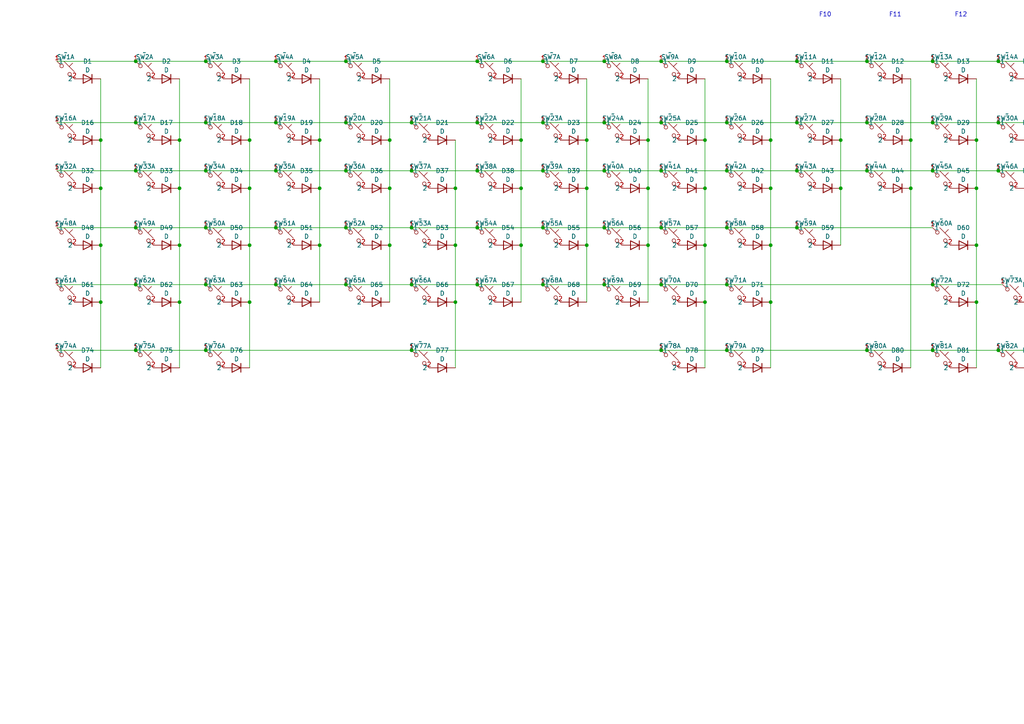
<source format=kicad_sch>
(kicad_sch (version 20230121) (generator eeschema)
  (paper "A4")
  (junction (at 273.05 309.88))
  (junction (at 119.38 49.53))
  (junction (at 80.01 82.55))
  (junction (at 464.82 401.32))
  (junction (at -11.43 408.94))
  (junction (at 92.71 71.12))
  (junction (at 289.56 35.56))
  (junction (at 147.32 265.43))
  (junction (at 204.47 87.63))
  (junction (at 261.62 401.32))
  (junction (at -30.48 312.42))
  (junction (at 217.17 401.32))
  (junction (at 210.82 408.94))
  (junction (at 224.79 245.11))
  (junction (at 222.25 309.88))
  (junction (at 445.77 401.32))
  (junction (at 113.03 40.64))
  (junction (at 171.45 309.88))
  (junction (at 72.39 71.12))
  (junction (at 344.17 408.94))
  (junction (at 119.38 35.56))
  (junction (at 189.23 242.57))
  (junction (at 270.51 49.53))
  (junction (at 299.72 265.43))
  (junction (at 0 312.42))
  (junction (at -5.08 401.32))
  (junction (at 275.59 359.41))
  (junction (at 52.07 71.12))
  (junction (at 109.22 408.94))
  (junction (at 170.18 40.64))
  (junction (at 1.27 401.32))
  (junction (at 452.12 401.32))
  (junction (at 204.47 40.64))
  (junction (at 142.24 290.83))
  (junction (at 242.57 408.94))
  (junction (at 293.37 408.94))
  (junction (at 199.39 245.11))
  (junction (at 388.62 401.32))
  (junction (at -3.81 359.41))
  (junction (at 439.42 401.32))
  (junction (at 153.67 219.71))
  (junction (at 210.82 35.56))
  (junction (at 217.17 408.94))
  (junction (at 320.04 40.64))
  (junction (at 280.67 219.71))
  (junction (at 433.07 408.94))
  (junction (at 420.37 401.32))
  (junction (at -30.48 401.32))
  (junction (at -24.13 408.94))
  (junction (at 26.67 334.01))
  (junction (at 243.84 290.83))
  (junction (at 132.08 54.61))
  (junction (at 92.71 40.64))
  (junction (at 414.02 401.32))
  (junction (at 15.24 290.83))
  (junction (at 29.21 71.12))
  (junction (at 426.72 401.32))
  (junction (at 153.67 408.94))
  (junction (at 121.92 265.43))
  (junction (at 175.26 82.55))
  (junction (at 204.47 71.12))
  (junction (at 320.04 290.83))
  (junction (at 80.01 66.04))
  (junction (at 331.47 408.94))
  (junction (at 193.04 290.83))
  (junction (at 337.82 401.32))
  (junction (at 128.27 334.01))
  (junction (at 275.59 245.11))
  (junction (at 363.22 408.94))
  (junction (at 132.08 87.63))
  (junction (at 250.19 245.11))
  (junction (at 13.97 401.32))
  (junction (at 62.23 242.57))
  (junction (at 382.27 401.32))
  (junction (at 59.69 35.56))
  (junction (at 128.27 408.94))
  (junction (at 128.27 219.71))
  (junction (at 184.15 267.97))
  (junction (at 247.65 309.88))
  (junction (at 6.35 267.97))
  (junction (at 231.14 49.53))
  (junction (at 274.32 265.43))
  (junction (at 173.99 359.41))
  (junction (at 261.62 408.94))
  (junction (at 289.56 17.78))
  (junction (at 97.79 245.11))
  (junction (at 375.92 401.32))
  (junction (at 477.52 408.94))
  (junction (at 248.92 401.32))
  (junction (at 115.57 335.28))
  (junction (at 113.03 54.61))
  (junction (at 69.85 309.88))
  (junction (at 217.17 335.28))
  (junction (at 401.32 408.94))
  (junction (at 55.88 287.02))
  (junction (at 210.82 101.6))
  (junction (at 30.48 287.02))
  (junction (at 198.12 265.43))
  (junction (at 199.39 359.41))
  (junction (at 100.33 82.55))
  (junction (at 306.07 408.94))
  (junction (at 151.13 71.12))
  (junction (at 44.45 309.88))
  (junction (at 234.95 267.97))
  (junction (at 210.82 17.78))
  (junction (at 29.21 54.61))
  (junction (at 298.45 309.88))
  (junction (at 231.14 17.78))
  (junction (at 270.51 101.6))
  (junction (at 382.27 408.94))
  (junction (at 100.33 49.53))
  (junction (at 191.77 35.56))
  (junction (at 52.07 40.64))
  (junction (at 57.15 267.97))
  (junction (at 166.37 408.94))
  (junction (at 318.77 401.32))
  (junction (at 166.37 335.28))
  (junction (at 302.26 87.63))
  (junction (at 407.67 401.32))
  (junction (at 175.26 35.56))
  (junction (at 39.37 66.04))
  (junction (at 267.97 408.94))
  (junction (at 151.13 54.61))
  (junction (at 102.87 408.94))
  (junction (at 7.62 401.32))
  (junction (at 279.4 312.42))
  (junction (at 119.38 82.55))
  (junction (at 153.67 334.01))
  (junction (at -30.48 267.97))
  (junction (at 120.65 309.88))
  (junction (at 1.27 219.71))
  (junction (at 167.64 290.83))
  (junction (at 242.57 335.28))
  (junction (at 166.37 401.32))
  (junction (at 116.84 290.83))
  (junction (at 420.37 408.94))
  (junction (at 36.83 242.57))
  (junction (at 331.47 219.71))
  (junction (at 121.92 408.94))
  (junction (at 101.6 312.42))
  (junction (at 39.37 401.32))
  (junction (at 157.48 49.53))
  (junction (at 356.87 401.32))
  (junction (at 289.56 101.6))
  (junction (at 102.87 334.01))
  (junction (at 138.43 242.57))
  (junction (at 224.79 359.41))
  (junction (at 97.79 359.41))
  (junction (at 179.07 219.71))
  (junction (at 231.14 66.04))
  (junction (at 59.69 17.78))
  (junction (at 204.47 334.01))
  (junction (at 1.27 408.94))
  (junction (at 302.26 40.64))
  (junction (at 72.39 359.41))
  (junction (at 293.37 335.28))
  (junction (at 140.97 401.32))
  (junction (at 95.25 309.88))
  (junction (at 255.27 334.01))
  (junction (at 39.37 82.55))
  (junction (at 264.16 54.61))
  (junction (at 243.84 54.61))
  (junction (at 191.77 401.32))
  (junction (at 96.52 408.94))
  (junction (at 128.27 401.32))
  (junction (at 320.04 54.61))
  (junction (at 11.43 242.57))
  (junction (at 210.82 49.53))
  (junction (at 337.82 408.94))
  (junction (at 175.26 17.78))
  (junction (at 471.17 408.94))
  (junction (at 350.52 408.94))
  (junction (at 283.21 54.61))
  (junction (at 80.01 17.78))
  (junction (at 58.42 401.32))
  (junction (at 283.21 71.12))
  (junction (at 204.47 219.71))
  (junction (at 172.72 401.32))
  (junction (at 204.47 408.94))
  (junction (at 107.95 267.97))
  (junction (at 52.07 401.32))
  (junction (at 7.62 408.94))
  (junction (at 83.82 401.32))
  (junction (at 311.15 267.97))
  (junction (at 223.52 401.32))
  (junction (at 309.88 287.02))
  (junction (at 280.67 334.01))
  (junction (at 91.44 290.83))
  (junction (at 81.28 287.02))
  (junction (at 72.39 54.61))
  (junction (at 229.87 408.94))
  (junction (at 229.87 219.71))
  (junction (at 71.12 401.32))
  (junction (at 52.07 334.01))
  (junction (at 132.08 71.12))
  (junction (at 304.8 312.42))
  (junction (at 45.72 401.32))
  (junction (at 158.75 267.97))
  (junction (at 102.87 401.32))
  (junction (at 210.82 66.04))
  (junction (at 52.07 54.61))
  (junction (at 25.4 312.42))
  (junction (at 39.37 335.28))
  (junction (at 264.16 40.64))
  (junction (at 248.92 265.43))
  (junction (at 82.55 267.97))
  (junction (at 177.8 312.42))
  (junction (at 187.96 71.12))
  (junction (at 59.69 101.6))
  (junction (at 46.99 245.11))
  (junction (at 113.03 242.57))
  (junction (at 46.99 359.41))
  (junction (at 148.59 359.41))
  (junction (at 33.02 408.94))
  (junction (at 138.43 82.55))
  (junction (at 231.14 35.56))
  (junction (at 160.02 408.94))
  (junction (at -17.78 408.94))
  (junction (at 287.02 401.32))
  (junction (at 208.28 287.02))
  (junction (at 325.12 265.43))
  (junction (at 30.48 265.43))
  (junction (at 72.39 40.64))
  (junction (at 52.07 87.63))
  (junction (at 369.57 401.32))
  (junction (at 52.07 219.71))
  (junction (at 134.62 408.94))
  (junction (at 306.07 401.32))
  (junction (at 270.51 35.56))
  (junction (at 306.07 219.71))
  (junction (at 300.99 245.11))
  (junction (at 179.07 401.32))
  (junction (at -30.48 335.28))
  (junction (at 274.32 401.32))
  (junction (at 289.56 49.53))
  (junction (at 233.68 287.02))
  (junction (at 102.87 219.71))
  (junction (at 29.21 40.64))
  (junction (at 394.97 408.94))
  (junction (at 77.47 401.32))
  (junction (at 394.97 401.32))
  (junction (at 290.83 242.57))
  (junction (at 251.46 17.78))
  (junction (at 223.52 40.64))
  (junction (at 163.83 242.57))
  (junction (at 77.47 408.94))
  (junction (at 90.17 335.28))
  (junction (at 173.99 245.11))
  (junction (at 259.08 287.02))
  (junction (at 210.82 401.32))
  (junction (at 243.84 40.64))
  (junction (at -30.48 408.94))
  (junction (at 13.97 335.28))
  (junction (at 312.42 401.32))
  (junction (at 318.77 408.94))
  (junction (at 280.67 401.32))
  (junction (at 92.71 54.61))
  (junction (at 248.92 408.94))
  (junction (at 20.32 408.94))
  (junction (at 45.72 408.94))
  (junction (at 20.32 265.43))
  (junction (at 452.12 408.94))
  (junction (at 182.88 287.02))
  (junction (at 59.69 82.55))
  (junction (at 140.97 408.94))
  (junction (at 464.82 408.94))
  (junction (at 134.62 401.32))
  (junction (at 77.47 219.71))
  (junction (at 477.52 401.32))
  (junction (at 356.87 408.94))
  (junction (at 52.07 408.94))
  (junction (at 153.67 401.32))
  (junction (at 30.48 309.88))
  (junction (at 172.72 265.43))
  (junction (at -24.13 401.32))
  (junction (at 119.38 66.04))
  (junction (at 123.19 359.41))
  (junction (at 280.67 408.94))
  (junction (at 26.67 401.32))
  (junction (at 127 312.42))
  (junction (at 113.03 71.12))
  (junction (at 283.21 87.63))
  (junction (at 33.02 401.32))
  (junction (at 240.03 242.57))
  (junction (at 439.42 408.94))
  (junction (at 326.39 245.11))
  (junction (at 210.82 82.55))
  (junction (at 121.92 401.32))
  (junction (at 251.46 49.53))
  (junction (at 140.97 335.28))
  (junction (at 445.77 408.94))
  (junction (at 287.02 408.94))
  (junction (at 157.48 82.55))
  (junction (at 294.64 290.83))
  (junction (at 458.47 401.32))
  (junction (at 172.72 408.94))
  (junction (at 39.37 35.56))
  (junction (at 30.48 334.01))
  (junction (at 191.77 101.6))
  (junction (at 13.97 408.94))
  (junction (at 223.52 71.12))
  (junction (at 147.32 408.94))
  (junction (at 71.12 265.43))
  (junction (at 228.6 312.42))
  (junction (at -5.08 408.94))
  (junction (at 175.26 66.04))
  (junction (at 138.43 35.56))
  (junction (at 483.87 401.32))
  (junction (at 270.51 82.55))
  (junction (at -30.48 290.83))
  (junction (at 236.22 401.32))
  (junction (at 80.01 49.53))
  (junction (at 21.59 359.41))
  (junction (at 267.97 335.28))
  (junction (at 203.2 312.42))
  (junction (at 302.26 54.61))
  (junction (at 269.24 290.83))
  (junction (at 293.37 401.32))
  (junction (at 59.69 66.04))
  (junction (at 191.77 408.94))
  (junction (at 132.08 287.02))
  (junction (at 369.57 408.94))
  (junction (at 157.48 287.02))
  (junction (at 363.22 401.32))
  (junction (at 198.12 408.94))
  (junction (at 96.52 401.32))
  (junction (at 433.07 401.32))
  (junction (at 242.57 401.32))
  (junction (at 285.75 267.97))
  (junction (at 20.32 401.32))
  (junction (at 20.32 242.57))
  (junction (at 138.43 17.78))
  (junction (at 170.18 54.61))
  (junction (at 160.02 401.32))
  (junction (at 90.17 408.94))
  (junction (at 109.22 401.32))
  (junction (at 29.21 87.63))
  (junction (at 270.51 17.78))
  (junction (at 157.48 17.78))
  (junction (at 26.67 219.71))
  (junction (at 64.77 408.94))
  (junction (at 96.52 265.43))
  (junction (at 87.63 242.57))
  (junction (at 138.43 66.04))
  (junction (at 151.13 40.64))
  (junction (at 179.07 408.94))
  (junction (at 21.59 245.11))
  (junction (at -30.48 359.41))
  (junction (at 119.38 101.6))
  (junction (at 71.12 408.94))
  (junction (at 100.33 17.78))
  (junction (at 331.47 401.32))
  (junction (at 223.52 87.63))
  (junction (at 214.63 242.57))
  (junction (at 187.96 40.64))
  (junction (at 100.33 66.04))
  (junction (at 115.57 401.32))
  (junction (at 115.57 408.94))
  (junction (at 152.4 312.42))
  (junction (at 146.05 309.88))
  (junction (at 138.43 49.53))
  (junction (at 267.97 401.32))
  (junction (at 255.27 401.32))
  (junction (at 35.56 309.88))
  (junction (at 31.75 267.97))
  (junction (at 218.44 290.83))
  (junction (at 284.48 287.02))
  (junction (at 83.82 408.94))
  (junction (at 426.72 408.94))
  (junction (at 148.59 245.11))
  (junction (at 50.8 312.42))
  (junction (at 157.48 35.56))
  (junction (at 80.01 35.56))
  (junction (at 59.69 49.53))
  (junction (at 191.77 49.53))
  (junction (at 64.77 335.28))
  (junction (at 39.37 408.94))
  (junction (at 375.92 408.94))
  (junction (at 185.42 408.94))
  (junction (at 39.37 101.6))
  (junction (at 175.26 49.53))
  (junction (at 35.56 287.02))
  (junction (at 223.52 265.43))
  (junction (at 66.04 290.83))
  (junction (at 187.96 54.61))
  (junction (at 483.87 408.94))
  (junction (at 471.17 401.32))
  (junction (at 196.85 309.88))
  (junction (at 251.46 35.56))
  (junction (at 401.32 401.32))
  (junction (at 179.07 334.01))
  (junction (at 147.32 401.32))
  (junction (at 407.67 408.94))
  (junction (at 198.12 401.32))
  (junction (at 39.37 49.53))
  (junction (at 100.33 35.56))
  (junction (at 229.87 334.01))
  (junction (at 90.17 401.32))
  (junction (at 299.72 408.94))
  (junction (at 58.42 408.94))
  (junction (at 251.46 101.6))
  (junction (at 318.77 335.28))
  (junction (at 72.39 87.63))
  (junction (at 185.42 401.32))
  (junction (at 236.22 408.94))
  (junction (at 250.19 359.41))
  (junction (at 223.52 408.94))
  (junction (at 77.47 334.01))
  (junction (at 123.19 245.11))
  (junction (at 133.35 267.97))
  (junction (at 223.52 54.61))
  (junction (at 344.17 401.32))
  (junction (at 260.35 267.97))
  (junction (at 209.55 267.97))
  (junction (at 204.47 54.61))
  (junction (at 191.77 66.04))
  (junction (at 283.21 40.64))
  (junction (at 325.12 401.32))
  (junction (at 323.85 309.88))
  (junction (at 388.62 408.94))
  (junction (at 26.67 408.94))
  (junction (at 106.68 287.02))
  (junction (at 299.72 401.32))
  (junction (at 191.77 17.78))
  (junction (at 45.72 265.43))
  (junction (at 316.23 242.57))
  (junction (at 157.48 66.04))
  (junction (at 414.02 408.94))
  (junction (at 72.39 245.11))
  (junction (at 40.64 290.83))
  (junction (at 458.47 408.94))
  (junction (at 325.12 408.94))
  (junction (at 312.42 408.94))
  (junction (at 254 312.42))
  (junction (at 191.77 82.55))
  (junction (at 191.77 335.28))
  (junction (at 76.2 312.42))
  (junction (at -17.78 401.32))
  (junction (at 255.27 408.94))
  (junction (at 229.87 401.32))
  (junction (at 350.52 401.32))
  (junction (at 255.27 219.71))
  (junction (at -11.43 401.32))
  (junction (at 39.37 17.78))
  (junction (at 265.43 242.57))
  (junction (at 274.32 408.94))
  (junction (at 64.77 401.32))
  (junction (at 170.18 71.12))
  (junction (at 204.47 401.32))
  (wire (pts (xy 320.04 40.64) (xy 320.04 54.61)))
  (wire (pts (xy 275.59 359.41) (xy 250.19 359.41)))
  (wire (pts (xy 102.87 401.32) (xy 109.22 401.32)))
  (wire (pts (xy 259.08 287.02) (xy 284.48 287.02)))
  (wire (pts (xy 248.92 408.94) (xy 255.27 408.94)))
  (wire (pts (xy 1.27 219.71) (xy 1.27 242.57)))
  (wire (pts (xy 59.69 49.53) (xy 80.01 49.53)))
  (wire (pts (xy 191.77 408.94) (xy 198.12 408.94)))
  (wire (pts (xy 33.02 408.94) (xy 39.37 408.94)))
  (wire (pts (xy 71.12 408.94) (xy 77.47 408.94)))
  (wire (pts (xy 325.12 265.43) (xy 350.52 265.43)))
  (wire (pts (xy 100.33 49.53) (xy 119.38 49.53)))
  (wire (pts (xy 52.07 334.01) (xy 77.47 334.01)))
  (wire (pts (xy -6.35 246.38) (xy -6.35 260.35)))
  (wire (pts (xy 251.46 35.56) (xy 270.51 35.56)))
  (wire (pts (xy -8.89 219.71) (xy -8.89 214.63)))
  (wire (pts (xy 52.07 54.61) (xy 52.07 71.12)))
  (wire (pts (xy 172.72 401.32) (xy 179.07 401.32)))
  (wire (pts (xy 289.56 101.6) (xy 307.34 101.6)))
  (wire (pts (xy 267.97 408.94) (xy 274.32 408.94)))
  (wire (pts (xy 109.22 401.32) (xy 115.57 401.32)))
  (wire (pts (xy 121.92 408.94) (xy 128.27 408.94)))
  (wire (pts (xy 138.43 82.55) (xy 157.48 82.55)))
  (wire (pts (xy 127 312.42) (xy 101.6 312.42)))
  (wire (pts (xy 87.63 242.57) (xy 62.23 242.57)))
  (wire (pts (xy 58.42 408.94) (xy 64.77 408.94)))
  (wire (pts (xy 69.85 309.88) (xy 95.25 309.88)))
  (wire (pts (xy 191.77 401.32) (xy 198.12 401.32)))
  (wire (pts (xy -11.43 401.32) (xy -5.08 401.32)))
  (wire (pts (xy 342.9 311.15) (xy 1.27 311.15)))
  (wire (pts (xy 433.07 408.94) (xy 439.42 408.94)))
  (wire (pts (xy 80.01 66.04) (xy 100.33 66.04)))
  (wire (pts (xy 132.08 54.61) (xy 132.08 71.12)))
  (wire (pts (xy 280.67 334.01) (xy 306.07 334.01)))
  (wire (pts (xy 364.49 237.49) (xy 364.49 246.38)))
  (wire (pts (xy 326.39 245.11) (xy 300.99 245.11)))
  (wire (pts (xy 203.2 312.42) (xy 177.8 312.42)))
  (wire (pts (xy -34.29 408.94) (xy -30.48 408.94)))
  (wire (pts (xy 233.68 287.02) (xy 259.08 287.02)))
  (wire (pts (xy 261.62 401.32) (xy 267.97 401.32)))
  (wire (pts (xy 100.33 66.04) (xy 119.38 66.04)))
  (wire (pts (xy 100.33 82.55) (xy 119.38 82.55)))
  (wire (pts (xy 204.47 408.94) (xy 210.82 408.94)))
  (wire (pts (xy 267.97 335.28) (xy 242.57 335.28)))
  (wire (pts (xy 210.82 17.78) (xy 231.14 17.78)))
  (wire (pts (xy 287.02 408.94) (xy 293.37 408.94)))
  (wire (pts (xy 153.67 219.71) (xy 179.07 219.71)))
  (wire (pts (xy 57.15 267.97) (xy 31.75 267.97)))
  (wire (pts (xy 58.42 401.32) (xy 64.77 401.32)))
  (wire (pts (xy 204.47 219.71) (xy 229.87 219.71)))
  (wire (pts (xy 39.37 335.28) (xy 13.97 335.28)))
  (wire (pts (xy 193.04 290.83) (xy 167.64 290.83)))
  (wire (pts (xy 133.35 267.97) (xy 107.95 267.97)))
  (wire (pts (xy 157.48 66.04) (xy 175.26 66.04)))
  (wire (pts (xy 170.18 22.86) (xy 170.18 40.64)))
  (wire (pts (xy 72.39 359.41) (xy 46.99 359.41)))
  (wire (pts (xy 243.84 40.64) (xy 243.84 54.61)))
  (wire (pts (xy 198.12 401.32) (xy 204.47 401.32)))
  (wire (pts (xy 265.43 242.57) (xy 240.03 242.57)))
  (wire (pts (xy 471.17 401.32) (xy 477.52 401.32)))
  (wire (pts (xy 349.25 260.35) (xy 349.25 266.7)))
  (wire (pts (xy 420.37 408.94) (xy 426.72 408.94)))
  (wire (pts (xy 25.4 312.42) (xy 0 312.42)))
  (wire (pts (xy 289.56 49.53) (xy 307.34 49.53)))
  (wire (pts (xy 153.67 408.94) (xy 160.02 408.94)))
  (wire (pts (xy 109.22 408.94) (xy 115.57 408.94)))
  (wire (pts (xy 1.27 219.71) (xy -8.89 219.71)))
  (wire (pts (xy 138.43 35.56) (xy 157.48 35.56)))
  (wire (pts (xy 209.55 267.97) (xy 184.15 267.97)))
  (wire (pts (xy 59.69 82.55) (xy 80.01 82.55)))
  (wire (pts (xy 477.52 401.32) (xy 483.87 401.32)))
  (wire (pts (xy 31.75 267.97) (xy 6.35 267.97)))
  (wire (pts (xy 331.47 401.32) (xy 337.82 401.32)))
  (wire (pts (xy 166.37 408.94) (xy 172.72 408.94)))
  (wire (pts (xy 115.57 401.32) (xy 121.92 401.32)))
  (wire (pts (xy 191.77 82.55) (xy 210.82 82.55)))
  (wire (pts (xy 81.28 287.02) (xy 106.68 287.02)))
  (wire (pts (xy 157.48 35.56) (xy 175.26 35.56)))
  (wire (pts (xy 302.26 40.64) (xy 302.26 54.61)))
  (wire (pts (xy 204.47 22.86) (xy 204.47 40.64)))
  (wire (pts (xy 179.07 219.71) (xy 204.47 219.71)))
  (wire (pts (xy 445.77 401.32) (xy 452.12 401.32)))
  (wire (pts (xy 19.05 309.88) (xy 30.48 309.88)))
  (wire (pts (xy 20.32 265.43) (xy 30.48 265.43)))
  (wire (pts (xy 283.21 22.86) (xy 283.21 40.64)))
  (wire (pts (xy 300.99 245.11) (xy 275.59 245.11)))
  (wire (pts (xy 26.67 219.71) (xy 1.27 219.71)))
  (wire (pts (xy 153.67 401.32) (xy 160.02 401.32)))
  (wire (pts (xy 464.82 408.94) (xy 471.17 408.94)))
  (wire (pts (xy 255.27 334.01) (xy 280.67 334.01)))
  (wire (pts (xy 349.25 266.7) (xy 2.54 266.7)))
  (wire (pts (xy 100.33 35.56) (xy 119.38 35.56)))
  (wire (pts (xy 210.82 35.56) (xy 231.14 35.56)))
  (wire (pts (xy -11.43 408.94) (xy -5.08 408.94)))
  (wire (pts (xy 217.17 335.28) (xy 191.77 335.28)))
  (wire (pts (xy 90.17 408.94) (xy 96.52 408.94)))
  (wire (pts (xy 345.44 290.83) (xy 320.04 290.83)))
  (wire (pts (xy 97.79 359.41) (xy 72.39 359.41)))
  (wire (pts (xy 2.54 266.7) (xy 2.54 283.21)))
  (wire (pts (xy 179.07 408.94) (xy 185.42 408.94)))
  (wire (pts (xy 157.48 49.53) (xy 175.26 49.53)))
  (wire (pts (xy 52.07 87.63) (xy 52.07 106.68)))
  (wire (pts (xy 16.51 35.56) (xy 39.37 35.56)))
  (wire (pts (xy 7.62 401.32) (xy 13.97 401.32)))
  (wire (pts (xy 187.96 40.64) (xy 187.96 54.61)))
  (wire (pts (xy 160.02 408.94) (xy 166.37 408.94)))
  (wire (pts (xy 76.2 312.42) (xy 50.8 312.42)))
  (wire (pts (xy 1.27 408.94) (xy 7.62 408.94)))
  (wire (pts (xy 90.17 335.28) (xy 64.77 335.28)))
  (wire (pts (xy 300.99 359.41) (xy 275.59 359.41)))
  (wire (pts (xy 8.89 237.49) (xy 2.54 237.49)) (stroke (width 0.1524)))
  (wire (pts (xy 274.32 265.43) (xy 299.72 265.43)))
  (wire (pts (xy 182.88 287.02) (xy 208.28 287.02)))
  (wire (pts (xy 236.22 401.32) (xy 242.57 401.32)))
  (wire (pts (xy 72.39 71.12) (xy 72.39 87.63)))
  (wire (pts (xy 222.25 309.88) (xy 247.65 309.88)))
  (wire (pts (xy 77.47 408.94) (xy 83.82 408.94)))
  (wire (pts (xy 228.6 312.42) (xy 203.2 312.42)))
  (wire (pts (xy 185.42 408.94) (xy 191.77 408.94)))
  (wire (pts (xy 29.21 71.12) (xy 29.21 87.63)))
  (wire (pts (xy 185.42 401.32) (xy 191.77 401.32)))
  (wire (pts (xy 80.01 49.53) (xy 100.33 49.53)))
  (wire (pts (xy 316.23 242.57) (xy 290.83 242.57)))
  (wire (pts (xy 64.77 401.32) (xy 71.12 401.32)))
  (wire (pts (xy 299.72 265.43) (xy 325.12 265.43)))
  (wire (pts (xy 13.97 401.32) (xy 20.32 401.32)))
  (wire (pts (xy 1.27 401.32) (xy 7.62 401.32)))
  (wire (pts (xy -17.78 408.94) (xy -11.43 408.94)))
  (wire (pts (xy 121.92 401.32) (xy 128.27 401.32)))
  (wire (pts (xy 191.77 335.28) (xy 166.37 335.28)))
  (wire (pts (xy 191.77 66.04) (xy 210.82 66.04)))
  (wire (pts (xy 283.21 71.12) (xy 283.21 87.63)))
  (wire (pts (xy 198.12 408.94) (xy 204.47 408.94)))
  (wire (pts (xy 248.92 401.32) (xy 255.27 401.32)))
  (wire (pts (xy 26.67 401.32) (xy 33.02 401.32)))
  (wire (pts (xy 242.57 401.32) (xy 248.92 401.32)))
  (wire (pts (xy 223.52 22.86) (xy 223.52 40.64)))
  (wire (pts (xy 375.92 408.94) (xy 382.27 408.94)))
  (wire (pts (xy 119.38 35.56) (xy 138.43 35.56)))
  (wire (pts (xy 152.4 312.42) (xy 127 312.42)))
  (wire (pts (xy 275.59 245.11) (xy 250.19 245.11)))
  (wire (pts (xy 45.72 401.32) (xy 52.07 401.32)))
  (wire (pts (xy 320.04 54.61) (xy 320.04 106.68)))
  (wire (pts (xy 29.21 22.86) (xy 29.21 40.64)))
  (wire (pts (xy 177.8 312.42) (xy 152.4 312.42)))
  (wire (pts (xy 223.52 408.94) (xy 229.87 408.94)))
  (wire (pts (xy 318.77 408.94) (xy 325.12 408.94)))
  (wire (pts (xy 289.56 35.56) (xy 307.34 35.56)))
  (wire (pts (xy 356.87 332.74) (xy 356.87 327.66)))
  (wire (pts (xy 191.77 49.53) (xy 210.82 49.53)))
  (wire (pts (xy 170.18 71.12) (xy 170.18 87.63)))
  (wire (pts (xy 270.51 49.53) (xy 289.56 49.53)))
  (wire (pts (xy 7.62 408.94) (xy 13.97 408.94)))
  (wire (pts (xy 107.95 267.97) (xy 82.55 267.97)))
  (wire (pts (xy 189.23 242.57) (xy 163.83 242.57)))
  (wire (pts (xy 223.52 40.64) (xy 223.52 54.61)))
  (wire (pts (xy 11.43 242.57) (xy 20.32 242.57)))
  (wire (pts (xy 132.08 87.63) (xy 132.08 106.68)))
  (wire (pts (xy -12.7 289.56) (xy 358.14 289.56)))
  (wire (pts (xy 59.69 17.78) (xy 80.01 17.78)))
  (wire (pts (xy 306.07 219.71) (xy 331.47 219.71)))
  (wire (pts (xy 16.51 66.04) (xy 39.37 66.04)))
  (wire (pts (xy 223.52 87.63) (xy 223.52 106.68)))
  (wire (pts (xy 26.67 408.94) (xy 33.02 408.94)))
  (wire (pts (xy 151.13 40.64) (xy 151.13 54.61)))
  (wire (pts (xy 101.6 312.42) (xy 76.2 312.42)))
  (wire (pts (xy 364.49 246.38) (xy -6.35 246.38)))
  (wire (pts (xy 102.87 219.71) (xy 128.27 219.71)))
  (wire (pts (xy 175.26 66.04) (xy 191.77 66.04)))
  (wire (pts (xy 80.01 82.55) (xy 100.33 82.55)))
  (wire (pts (xy 45.72 265.43) (xy 71.12 265.43)))
  (wire (pts (xy 302.26 54.61) (xy 302.26 87.63)))
  (wire (pts (xy 39.37 66.04) (xy 59.69 66.04)))
  (wire (pts (xy 1.27 311.15) (xy 1.27 327.66)))
  (wire (pts (xy 217.17 401.32) (xy 223.52 401.32)))
  (wire (pts (xy 210.82 401.32) (xy 217.17 401.32)))
  (wire (pts (xy 320.04 22.86) (xy 320.04 40.64)))
  (wire (pts (xy 29.21 40.64) (xy 29.21 54.61)))
  (wire (pts (xy 344.17 401.32) (xy 350.52 401.32)))
  (wire (pts (xy 187.96 71.12) (xy 187.96 87.63)))
  (wire (pts (xy 52.07 71.12) (xy 52.07 87.63)))
  (wire (pts (xy 20.32 242.57) (xy 36.83 242.57)))
  (wire (pts (xy 420.37 401.32) (xy 426.72 401.32)))
  (wire (pts (xy 96.52 408.94) (xy 102.87 408.94)))
  (wire (pts (xy 113.03 242.57) (xy 87.63 242.57)))
  (wire (pts (xy 115.57 408.94) (xy 121.92 408.94)))
  (wire (pts (xy 264.16 54.61) (xy 264.16 106.68)))
  (wire (pts (xy 236.22 408.94) (xy 242.57 408.94)))
  (wire (pts (xy 351.79 245.11) (xy 326.39 245.11)))
  (wire (pts (xy 171.45 309.88) (xy 196.85 309.88)))
  (wire (pts (xy 231.14 17.78) (xy 251.46 17.78)))
  (wire (pts (xy 204.47 334.01) (xy 229.87 334.01)))
  (wire (pts (xy 250.19 359.41) (xy 224.79 359.41)))
  (wire (pts (xy 128.27 334.01) (xy 153.67 334.01)))
  (wire (pts (xy 267.97 401.32) (xy 274.32 401.32)))
  (wire (pts (xy 426.72 408.94) (xy 433.07 408.94)))
  (wire (pts (xy 39.37 401.32) (xy 45.72 401.32)))
  (wire (pts (xy 274.32 401.32) (xy 280.67 401.32)))
  (wire (pts (xy 55.88 287.02) (xy 81.28 287.02)))
  (wire (pts (xy -34.29 401.32) (xy -30.48 401.32)))
  (wire (pts (xy 204.47 401.32) (xy 210.82 401.32)))
  (wire (pts (xy 138.43 66.04) (xy 157.48 66.04)))
  (wire (pts (xy 151.13 22.86) (xy 151.13 40.64)))
  (wire (pts (xy 128.27 408.94) (xy 134.62 408.94)))
  (wire (pts (xy 30.48 309.88) (xy 30.48 334.01)))
  (wire (pts (xy 251.46 17.78) (xy 270.51 17.78)))
  (wire (pts (xy 270.51 101.6) (xy 251.46 101.6)))
  (wire (pts (xy 394.97 401.32) (xy 401.32 401.32)))
  (wire (pts (xy 309.88 287.02) (xy 335.28 287.02)))
  (wire (pts (xy 123.19 245.11) (xy 97.79 245.11)))
  (wire (pts (xy 273.05 309.88) (xy 298.45 309.88)))
  (wire (pts (xy 179.07 401.32) (xy 185.42 401.32)))
  (wire (pts (xy 388.62 401.32) (xy 394.97 401.32)))
  (wire (pts (xy 77.47 401.32) (xy 83.82 401.32)))
  (wire (pts (xy 248.92 265.43) (xy 274.32 265.43)))
  (wire (pts (xy 255.27 408.94) (xy 261.62 408.94)))
  (wire (pts (xy 243.84 290.83) (xy 218.44 290.83)))
  (wire (pts (xy 223.52 265.43) (xy 248.92 265.43)))
  (wire (pts (xy 356.87 408.94) (xy 363.22 408.94)))
  (wire (pts (xy 30.48 287.02) (xy 30.48 265.43)))
  (wire (pts (xy 204.47 71.12) (xy 204.47 87.63)))
  (wire (pts (xy 320.04 290.83) (xy 294.64 290.83)))
  (wire (pts (xy 458.47 401.32) (xy 464.82 401.32)))
  (wire (pts (xy 170.18 54.61) (xy 170.18 71.12)))
  (wire (pts (xy 452.12 401.32) (xy 458.47 401.32)))
  (wire (pts (xy 148.59 245.11) (xy 123.19 245.11)))
  (wire (pts (xy 158.75 267.97) (xy 133.35 267.97)))
  (wire (pts (xy 401.32 401.32) (xy 407.67 401.32)))
  (wire (pts (xy 39.37 101.6) (xy 59.69 101.6)))
  (wire (pts (xy 187.96 22.86) (xy 187.96 40.64)))
  (wire (pts (xy 30.48 287.02) (xy 35.56 287.02)))
  (wire (pts (xy 46.99 359.41) (xy 21.59 359.41)))
  (wire (pts (xy 64.77 408.94) (xy 71.12 408.94)))
  (wire (pts (xy -24.13 401.32) (xy -17.78 401.32)))
  (wire (pts (xy 264.16 40.64) (xy 264.16 54.61)))
  (wire (pts (xy 92.71 22.86) (xy 92.71 40.64)))
  (wire (pts (xy 172.72 408.94) (xy 179.07 408.94)))
  (wire (pts (xy 247.65 309.88) (xy 273.05 309.88)))
  (wire (pts (xy 52.07 219.71) (xy 77.47 219.71)))
  (wire (pts (xy 223.52 54.61) (xy 223.52 71.12)))
  (wire (pts (xy 337.82 401.32) (xy 344.17 401.32)))
  (wire (pts (xy 255.27 219.71) (xy 280.67 219.71)))
  (wire (pts (xy 388.62 408.94) (xy 394.97 408.94)))
  (wire (pts (xy 26.67 334.01) (xy 30.48 334.01)))
  (wire (pts (xy 128.27 401.32) (xy 134.62 401.32)))
  (wire (pts (xy 20.32 408.94) (xy 26.67 408.94)))
  (wire (pts (xy -30.48 359.41) (xy -30.48 374.65)))
  (wire (pts (xy 52.07 22.86) (xy 52.07 40.64)))
  (wire (pts (xy 92.71 54.61) (xy 92.71 71.12)))
  (wire (pts (xy 96.52 401.32) (xy 102.87 401.32)))
  (wire (pts (xy 120.65 309.88) (xy 146.05 309.88)))
  (wire (pts (xy 306.07 408.94) (xy 312.42 408.94)))
  (wire (pts (xy 483.87 401.32) (xy 490.22 401.32)))
  (wire (pts (xy 426.72 401.32) (xy 433.07 401.32)))
  (wire (pts (xy 119.38 101.6) (xy 191.77 101.6)))
  (wire (pts (xy 6.35 267.97) (xy -30.48 267.97)))
  (wire (pts (xy 97.79 245.11) (xy 72.39 245.11)))
  (wire (pts (xy 179.07 334.01) (xy 204.47 334.01)))
  (wire (pts (xy 210.82 82.55) (xy 270.51 82.55)))
  (wire (pts (xy 323.85 309.88) (xy 349.25 309.88)))
  (wire (pts (xy 330.2 312.42) (xy 304.8 312.42)))
  (wire (pts (xy 240.03 242.57) (xy 214.63 242.57)))
  (wire (pts (xy 229.87 401.32) (xy 236.22 401.32)))
  (wire (pts (xy 302.26 87.63) (xy 302.26 106.68)))
  (wire (pts (xy 250.19 245.11) (xy 224.79 245.11)))
  (wire (pts (xy 66.04 290.83) (xy 40.64 290.83)))
  (wire (pts (xy 254 312.42) (xy 228.6 312.42)))
  (wire (pts (xy -16.51 332.74) (xy 356.87 332.74)))
  (wire (pts (xy -30.48 245.11) (xy -30.48 267.97)))
  (wire (pts (xy 148.59 359.41) (xy 123.19 359.41)))
  (wire (pts (xy 13.97 335.28) (xy -30.48 335.28)))
  (wire (pts (xy 64.77 335.28) (xy 39.37 335.28)))
  (wire (pts (xy 83.82 408.94) (xy 90.17 408.94)))
  (wire (pts (xy 26.67 219.71) (xy 52.07 219.71)))
  (wire (pts (xy 270.51 82.55) (xy 290.83 82.55)))
  (wire (pts (xy 132.08 40.64) (xy 132.08 54.61)))
  (wire (pts (xy 13.97 408.94) (xy 20.32 408.94)))
  (wire (pts (xy 29.21 87.63) (xy 29.21 106.68)))
  (wire (pts (xy 218.44 290.83) (xy 193.04 290.83)))
  (wire (pts (xy 39.37 35.56) (xy 59.69 35.56)))
  (wire (pts (xy 90.17 401.32) (xy 96.52 401.32)))
  (wire (pts (xy 458.47 408.94) (xy 464.82 408.94)))
  (wire (pts (xy 11.43 242.57) (xy 1.27 242.57)))
  (wire (pts (xy 290.83 242.57) (xy 265.43 242.57)))
  (wire (pts (xy 331.47 219.71) (xy 356.87 219.71)))
  (wire (pts (xy 298.45 309.88) (xy 323.85 309.88)))
  (wire (pts (xy 382.27 408.94) (xy 388.62 408.94)))
  (wire (pts (xy 191.77 35.56) (xy 210.82 35.56)))
  (wire (pts (xy 204.47 87.63) (xy 204.47 106.68)))
  (wire (pts (xy 287.02 401.32) (xy 293.37 401.32)))
  (wire (pts (xy 274.32 408.94) (xy 280.67 408.94)))
  (wire (pts (xy 21.59 245.11) (xy -30.48 245.11)))
  (wire (pts (xy 140.97 408.94) (xy 147.32 408.94)))
  (wire (pts (xy 356.87 401.32) (xy 363.22 401.32)))
  (wire (pts (xy 175.26 49.53) (xy 191.77 49.53)))
  (wire (pts (xy -16.51 351.79) (xy -16.51 332.74)))
  (wire (pts (xy 77.47 334.01) (xy 102.87 334.01)))
  (wire (pts (xy 151.13 71.12) (xy 151.13 87.63)))
  (wire (pts (xy 350.52 408.94) (xy 356.87 408.94)))
  (wire (pts (xy 293.37 408.94) (xy 299.72 408.94)))
  (wire (pts (xy 72.39 87.63) (xy 72.39 106.68)))
  (wire (pts (xy 30.48 309.88) (xy 35.56 309.88)))
  (wire (pts (xy 191.77 17.78) (xy 210.82 17.78)))
  (wire (pts (xy 312.42 401.32) (xy 318.77 401.32)))
  (wire (pts (xy 92.71 40.64) (xy 92.71 54.61)))
  (wire (pts (xy 204.47 40.64) (xy 204.47 54.61)))
  (wire (pts (xy 270.51 101.6) (xy 289.56 101.6)))
  (wire (pts (xy -5.08 401.32) (xy 1.27 401.32)))
  (wire (pts (xy -12.7 304.8) (xy -12.7 289.56)))
  (wire (pts (xy 172.72 265.43) (xy 198.12 265.43)))
  (wire (pts (xy 138.43 17.78) (xy 157.48 17.78)))
  (wire (pts (xy 132.08 71.12) (xy 132.08 87.63)))
  (wire (pts (xy 175.26 35.56) (xy 191.77 35.56)))
  (wire (pts (xy 217.17 408.94) (xy 223.52 408.94)))
  (wire (pts (xy 82.55 267.97) (xy 57.15 267.97)))
  (wire (pts (xy 52.07 40.64) (xy 52.07 54.61)))
  (wire (pts (xy 251.46 49.53) (xy 270.51 49.53)))
  (wire (pts (xy 16.51 82.55) (xy 39.37 82.55)))
  (wire (pts (xy 433.07 401.32) (xy 439.42 401.32)))
  (wire (pts (xy 204.47 54.61) (xy 204.47 71.12)))
  (wire (pts (xy 175.26 82.55) (xy 191.77 82.55)))
  (wire (pts (xy 21.59 359.41) (xy -3.81 359.41)))
  (wire (pts (xy 302.26 22.86) (xy 302.26 40.64)))
  (wire (pts (xy 100.33 17.78) (xy 138.43 17.78)))
  (wire (pts (xy 325.12 408.94) (xy 331.47 408.94)))
  (wire (pts (xy 173.99 359.41) (xy 148.59 359.41)))
  (wire (pts (xy 407.67 408.94) (xy 414.02 408.94)))
  (wire (pts (xy 312.42 408.94) (xy 318.77 408.94)))
  (wire (pts (xy 199.39 359.41) (xy 173.99 359.41)))
  (wire (pts (xy 260.35 267.97) (xy 234.95 267.97)))
  (wire (pts (xy 331.47 408.94) (xy 337.82 408.94)))
  (wire (pts (xy 414.02 408.94) (xy 420.37 408.94)))
  (wire (pts (xy -30.48 312.42) (xy -30.48 335.28)))
  (wire (pts (xy 283.21 54.61) (xy 283.21 71.12)))
  (wire (pts (xy 243.84 22.86) (xy 243.84 40.64)))
  (wire (pts (xy 16.51 17.78) (xy 39.37 17.78)))
  (wire (pts (xy 140.97 335.28) (xy 115.57 335.28)))
  (wire (pts (xy 407.67 401.32) (xy 414.02 401.32)))
  (wire (pts (xy 30.48 265.43) (xy 45.72 265.43)))
  (wire (pts (xy 231.14 66.04) (xy 270.51 66.04)))
  (wire (pts (xy 102.87 334.01) (xy 128.27 334.01)))
  (wire (pts (xy 264.16 22.86) (xy 264.16 40.64)))
  (wire (pts (xy 128.27 219.71) (xy 153.67 219.71)))
  (wire (pts (xy 113.03 40.64) (xy 113.03 54.61)))
  (wire (pts (xy 325.12 401.32) (xy 331.47 401.32)))
  (wire (pts (xy 147.32 408.94) (xy 153.67 408.94)))
  (wire (pts (xy -30.48 401.32) (xy -24.13 401.32)))
  (wire (pts (xy 299.72 408.94) (xy 306.07 408.94)))
  (wire (pts (xy 29.21 54.61) (xy 29.21 71.12)))
  (wire (pts (xy 318.77 335.28) (xy 293.37 335.28)))
  (wire (pts (xy 71.12 401.32) (xy 77.47 401.32)))
  (wire (pts (xy 160.02 401.32) (xy 166.37 401.32)))
  (wire (pts (xy 121.92 265.43) (xy 147.32 265.43)))
  (wire (pts (xy 483.87 408.94) (xy 490.22 408.94)))
  (wire (pts (xy 229.87 219.71) (xy 255.27 219.71)))
  (wire (pts (xy 40.64 290.83) (xy 15.24 290.83)))
  (wire (pts (xy 166.37 335.28) (xy 140.97 335.28)))
  (wire (pts (xy 280.67 219.71) (xy 306.07 219.71)))
  (wire (pts (xy 280.67 401.32) (xy 287.02 401.32)))
  (wire (pts (xy 106.68 287.02) (xy 132.08 287.02)))
  (wire (pts (xy 1.27 334.01) (xy 26.67 334.01)))
  (wire (pts (xy -24.13 408.94) (xy -17.78 408.94)))
  (wire (pts (xy 214.63 242.57) (xy 189.23 242.57)))
  (wire (pts (xy 39.37 49.53) (xy 59.69 49.53)))
  (wire (pts (xy 175.26 17.78) (xy 191.77 17.78)))
  (wire (pts (xy 382.27 401.32) (xy 388.62 401.32)))
  (wire (pts (xy 270.51 17.78) (xy 289.56 17.78)))
  (wire (pts (xy -3.81 359.41) (xy -30.48 359.41)))
  (wire (pts (xy -30.48 267.97) (xy -30.48 290.83)))
  (wire (pts (xy 191.77 101.6) (xy 210.82 101.6)))
  (wire (pts (xy 157.48 82.55) (xy 175.26 82.55)))
  (wire (pts (xy 231.14 35.56) (xy 251.46 35.56)))
  (wire (pts (xy 72.39 40.64) (xy 72.39 54.61)))
  (wire (pts (xy 96.52 265.43) (xy 121.92 265.43)))
  (wire (pts (xy 72.39 54.61) (xy 72.39 71.12)))
  (wire (pts (xy 153.67 334.01) (xy 179.07 334.01)))
  (wire (pts (xy 299.72 401.32) (xy 306.07 401.32)))
  (wire (pts (xy 289.56 17.78) (xy 307.34 17.78)))
  (wire (pts (xy 269.24 290.83) (xy 243.84 290.83)))
  (wire (pts (xy 91.44 290.83) (xy 66.04 290.83)))
  (wire (pts (xy 242.57 408.94) (xy 248.92 408.94)))
  (wire (pts (xy 20.32 401.32) (xy 26.67 401.32)))
  (wire (pts (xy 46.99 245.11) (xy 21.59 245.11)))
  (wire (pts (xy 173.99 245.11) (xy 148.59 245.11)))
  (wire (pts (xy 210.82 408.94) (xy 217.17 408.94)))
  (wire (pts (xy 80.01 35.56) (xy 100.33 35.56)))
  (wire (pts (xy 35.56 287.02) (xy 35.56 309.88)))
  (wire (pts (xy 35.56 309.88) (xy 44.45 309.88)))
  (wire (pts (xy 304.8 312.42) (xy 279.4 312.42)))
  (wire (pts (xy 280.67 408.94) (xy 287.02 408.94)))
  (wire (pts (xy 229.87 408.94) (xy 236.22 408.94)))
  (wire (pts (xy 0 312.42) (xy -30.48 312.42)))
  (wire (pts (xy 439.42 408.94) (xy 445.77 408.94)))
  (wire (pts (xy 464.82 401.32) (xy 471.17 401.32)))
  (wire (pts (xy 471.17 408.94) (xy 477.52 408.94)))
  (wire (pts (xy 72.39 22.86) (xy 72.39 40.64)))
  (wire (pts (xy -30.48 335.28) (xy -30.48 359.41)))
  (wire (pts (xy 59.69 66.04) (xy 80.01 66.04)))
  (wire (pts (xy 119.38 66.04) (xy 138.43 66.04)))
  (wire (pts (xy 439.42 401.32) (xy 445.77 401.32)))
  (wire (pts (xy 445.77 408.94) (xy 452.12 408.94)))
  (wire (pts (xy 30.48 334.01) (xy 52.07 334.01)))
  (wire (pts (xy 39.37 408.94) (xy 45.72 408.94)))
  (wire (pts (xy 166.37 401.32) (xy 172.72 401.32)))
  (wire (pts (xy 123.19 359.41) (xy 97.79 359.41)))
  (wire (pts (xy 279.4 312.42) (xy 254 312.42)))
  (wire (pts (xy -30.48 290.83) (xy -30.48 312.42)))
  (wire (pts (xy 95.25 309.88) (xy 120.65 309.88)))
  (wire (pts (xy 283.21 40.64) (xy 283.21 54.61)))
  (wire (pts (xy 132.08 287.02) (xy 157.48 287.02)))
  (wire (pts (xy 167.64 290.83) (xy 142.24 290.83)))
  (wire (pts (xy 293.37 401.32) (xy 299.72 401.32)))
  (wire (pts (xy 116.84 290.83) (xy 91.44 290.83)))
  (wire (pts (xy 337.82 408.94) (xy 344.17 408.94)))
  (wire (pts (xy 113.03 71.12) (xy 113.03 87.63)))
  (wire (pts (xy 358.14 289.56) (xy 358.14 283.21)))
  (wire (pts (xy 285.75 267.97) (xy 260.35 267.97)))
  (wire (pts (xy 92.71 71.12) (xy 92.71 87.63)))
  (wire (pts (xy 138.43 242.57) (xy 113.03 242.57)))
  (wire (pts (xy 62.23 242.57) (xy 36.83 242.57)))
  (wire (pts (xy 80.01 17.78) (xy 100.33 17.78)))
  (wire (pts (xy 147.32 265.43) (xy 172.72 265.43)))
  (wire (pts (xy 52.07 401.32) (xy 58.42 401.32)))
  (wire (pts (xy 344.17 408.94) (xy 350.52 408.94)))
  (wire (pts (xy 283.21 87.63) (xy 283.21 106.68)))
  (wire (pts (xy 170.18 40.64) (xy 170.18 54.61)))
  (wire (pts (xy 59.69 101.6) (xy 119.38 101.6)))
  (wire (pts (xy 198.12 265.43) (xy 223.52 265.43)))
  (wire (pts (xy 414.02 401.32) (xy 420.37 401.32)))
  (wire (pts (xy 39.37 82.55) (xy 59.69 82.55)))
  (wire (pts (xy 16.51 49.53) (xy 39.37 49.53)))
  (wire (pts (xy 342.9 304.8) (xy 342.9 311.15)))
  (wire (pts (xy 59.69 35.56) (xy 80.01 35.56)))
  (wire (pts (xy -17.78 401.32) (xy -11.43 401.32)))
  (wire (pts (xy 306.07 401.32) (xy 312.42 401.32)))
  (wire (pts (xy 20.32 265.43) (xy 20.32 242.57)))
  (wire (pts (xy 223.52 401.32) (xy 229.87 401.32)))
  (wire (pts (xy 16.51 101.6) (xy 39.37 101.6)))
  (wire (pts (xy 208.28 287.02) (xy 233.68 287.02)))
  (wire (pts (xy 452.12 408.94) (xy 458.47 408.94)))
  (wire (pts (xy 261.62 408.94) (xy 267.97 408.94)))
  (wire (pts (xy 375.92 401.32) (xy 382.27 401.32)))
  (wire (pts (xy -5.08 408.94) (xy 1.27 408.94)))
  (wire (pts (xy 134.62 408.94) (xy 140.97 408.94)))
  (wire (pts (xy 113.03 54.61) (xy 113.03 71.12)))
  (wire (pts (xy 119.38 82.55) (xy 138.43 82.55)))
  (wire (pts (xy 52.07 408.94) (xy 58.42 408.94)))
  (wire (pts (xy -30.48 408.94) (xy -24.13 408.94)))
  (wire (pts (xy 50.8 312.42) (xy 25.4 312.42)))
  (wire (pts (xy 119.38 49.53) (xy 138.43 49.53)))
  (wire (pts (xy 33.02 401.32) (xy 39.37 401.32)))
  (wire (pts (xy 187.96 54.61) (xy 187.96 71.12)))
  (wire (pts (xy 151.13 54.61) (xy 151.13 71.12)))
  (wire (pts (xy 477.52 408.94) (xy 483.87 408.94)))
  (wire (pts (xy 45.72 408.94) (xy 52.07 408.94)))
  (wire (pts (xy 5.08 287.02) (xy 30.48 287.02)))
  (wire (pts (xy 83.82 401.32) (xy 90.17 401.32)))
  (wire (pts (xy 336.55 267.97) (xy 311.15 267.97)))
  (wire (pts (xy 196.85 309.88) (xy 222.25 309.88)))
  (wire (pts (xy 294.64 290.83) (xy 269.24 290.83)))
  (wire (pts (xy 350.52 401.32) (xy 356.87 401.32)))
  (wire (pts (xy 115.57 335.28) (xy 90.17 335.28)))
  (wire (pts (xy 134.62 401.32) (xy 140.97 401.32)))
  (wire (pts (xy 146.05 309.88) (xy 171.45 309.88)))
  (wire (pts (xy 71.12 265.43) (xy 96.52 265.43)))
  (wire (pts (xy 113.03 22.86) (xy 113.03 40.64)))
  (wire (pts (xy 163.83 242.57) (xy 138.43 242.57)))
  (wire (pts (xy 15.24 290.83) (xy -30.48 290.83)))
  (wire (pts (xy 231.14 49.53) (xy 251.46 49.53)))
  (wire (pts (xy 363.22 401.32) (xy 369.57 401.32)))
  (wire (pts (xy 243.84 54.61) (xy 243.84 71.12)))
  (wire (pts (xy 394.97 408.94) (xy 401.32 408.94)))
  (wire (pts (xy 369.57 401.32) (xy 375.92 401.32)))
  (wire (pts (xy 293.37 335.28) (xy 267.97 335.28)))
  (wire (pts (xy 142.24 290.83) (xy 116.84 290.83)))
  (wire (pts (xy 72.39 245.11) (xy 46.99 245.11)))
  (wire (pts (xy 223.52 71.12) (xy 223.52 87.63)))
  (wire (pts (xy 401.32 408.94) (xy 407.67 408.94)))
  (wire (pts (xy 210.82 66.04) (xy 231.14 66.04)))
  (wire (pts (xy 210.82 101.6) (xy 251.46 101.6)))
  (wire (pts (xy 77.47 219.71) (xy 102.87 219.71)))
  (wire (pts (xy 210.82 49.53) (xy 231.14 49.53)))
  (wire (pts (xy 224.79 359.41) (xy 199.39 359.41)))
  (wire (pts (xy 341.63 242.57) (xy 316.23 242.57)))
  (wire (pts (xy 318.77 401.32) (xy 325.12 401.32)))
  (wire (pts (xy 138.43 49.53) (xy 157.48 49.53)))
  (wire (pts (xy 44.45 309.88) (xy 69.85 309.88)))
  (wire (pts (xy 184.15 267.97) (xy 158.75 267.97)))
  (wire (pts (xy 147.32 401.32) (xy 153.67 401.32)))
  (wire (pts (xy 284.48 287.02) (xy 309.88 287.02)))
  (wire (pts (xy 157.48 287.02) (xy 182.88 287.02)))
  (wire (pts (xy 140.97 401.32) (xy 147.32 401.32)))
  (wire (pts (xy 270.51 35.56) (xy 289.56 35.56)))
  (wire (pts (xy 234.95 267.97) (xy 209.55 267.97)))
  (wire (pts (xy 39.37 17.78) (xy 59.69 17.78)))
  (wire (pts (xy 363.22 408.94) (xy 369.57 408.94)))
  (wire (pts (xy 35.56 287.02) (xy 55.88 287.02)))
  (wire (pts (xy 102.87 408.94) (xy 109.22 408.94)))
  (wire (pts (xy 224.79 245.11) (xy 199.39 245.11)))
  (wire (pts (xy 242.57 335.28) (xy 217.17 335.28)))
  (wire (pts (xy 229.87 334.01) (xy 255.27 334.01)))
  (wire (pts (xy 199.39 245.11) (xy 173.99 245.11)))
  (wire (pts (xy 318.77 335.28) (xy 344.17 335.28)))
  (wire (pts (xy 157.48 17.78) (xy 175.26 17.78)))
  (wire (pts (xy 255.27 401.32) (xy 261.62 401.32)))
  (wire (pts (xy 311.15 267.97) (xy 285.75 267.97)))
  (wire (pts (xy 369.57 408.94) (xy 375.92 408.94)))
  (text "F10" (at 237.49 5.08 0) (effects (font (size 1.27 1.27)) (justify left bottom)))
  (text "prtsc" (at 303.53 5.08 0) (effects (font (size 1.27 1.27)) (justify left bottom)))
  (text "F12\n" (at 276.86 5.08 0) (effects (font (size 1.27 1.27)) (justify left bottom)))
  (text "pause\n" (at 320.04 5.08 0) (effects (font (size 1.27 1.27)) (justify left bottom)))
  (text "F11" (at 257.81 5.08 0) (effects (font (size 1.27 1.27)) (justify left bottom)))
  (label "NEOPIX" (at 2.54 237.49 0) (effects (font (size 1.2446 1.2446))))
  (symbol (lib_id "JohnDeere:MX_NEO") (at 102.87 38.1 0) (unit 1)
    (property "Reference" "SW20" (at 102.87 34.29 0))
    (property "Value" "~" (at 102.87 33.02 0))
    (property "Footprint" "fingerpunch:gateron-ks27-choc-v1-mx-hotswap" (effects hide))
  )
  (symbol (lib_id "JohnDeere:MX_NEO") (at 292.1 20.32 0) (unit 1)
    (property "Reference" "SW14" (at 292.1 16.51 0))
    (property "Value" "~" (at 292.1 15.24 0))
    (property "Footprint" "fingerpunch:gateron-ks27-choc-v1-mx-hotswap" (effects hide))
  )
  (symbol (lib_id "JohnDeere:MX_NEO") (at 300.99 347.98 0) (unit 2)
    (property "Reference" "SW83" (at 312.42 351.2059 0))
    (property "Value" "~" (at 300.99 342.9 0))
    (property "Footprint" "fingerpunch:gateron-ks27-choc-v1-mx-hotswap" (effects hide))
  )
  (symbol (lib_id "Device:D") (at 48.26 22.86 180) (unit 1)
    (property "Reference" "D2" (at 48.26 17.78 0))
    (property "Value" "D" (at 48.26 20.32 0))
    (property "Footprint" "Diode_SMD:D_SOD-323_HandSoldering" (effects hide))
    (property "Sim.Device" "D" (effects hide))
    (property "Sim.Pins" "1=K 2=A" (effects hide))
  )
  (symbol (lib_id "Device:C") (at 7.62 405.13 0) (unit 1)
    (property "Reference" "C17" (at 12.7 404.495 0) (effects (justify left)))
    (property "Value" "C" (at 12.7 407.035 0) (effects (justify left)))
    (property "Footprint" "Capacitor_SMD:C_0603_1608Metric" (effects hide))
  )
  (symbol (lib_id "Device:C") (at 312.42 405.13 0) (unit 1)
    (property "Reference" "C65" (at 317.5 404.495 0) (effects (justify left)))
    (property "Value" "C" (at 317.5 407.035 0) (effects (justify left)))
    (property "Footprint" "Capacitor_SMD:C_0603_1608Metric" (effects hide))
  )
  (symbol (lib_id "Device:C") (at 134.62 405.13 0) (unit 1)
    (property "Reference" "C37" (at 139.7 404.495 0) (effects (justify left)))
    (property "Value" "C" (at 139.7 407.035 0) (effects (justify left)))
    (property "Footprint" "Capacitor_SMD:C_0603_1608Metric" (effects hide))
  )
  (symbol (lib_id "JohnDeere:MX_NEO") (at 194.31 52.07 0) (unit 1)
    (property "Reference" "SW41" (at 194.31 48.26 0))
    (property "Value" "~" (at 194.31 46.99 0))
    (property "Footprint" "fingerpunch:gateron-ks27-choc-v1-mx-hotswap" (effects hide))
  )
  (symbol (lib_id "JohnDeere:MX_NEO") (at 121.92 68.58 0) (unit 1)
    (property "Reference" "SW53" (at 121.92 64.77 0))
    (property "Value" "~" (at 121.92 63.5 0))
    (property "Footprint" "fingerpunch:gateron-ks27-choc-v1-mx-hotswap" (effects hide))
  )
  (symbol (lib_id "JohnDeere:MX_NEO") (at 166.37 323.85 0) (unit 2)
    (property "Reference" "SW63" (at 177.8 327.0759 0))
    (property "Value" "~" (at 166.37 318.77 0))
    (property "Footprint" "fingerpunch:gateron-ks27-choc-v1-mx-hotswap" (effects hide))
  )
  (symbol (lib_id "JohnDeere:MX_NEO") (at 194.31 20.32 0) (unit 1)
    (property "Reference" "SW9" (at 194.31 16.51 0))
    (property "Value" "~" (at 194.31 15.24 0))
    (property "Footprint" "fingerpunch:gateron-ks27-choc-v1-mx-hotswap" (effects hide))
  )
  (symbol (lib_id "Device:D") (at 48.26 71.12 180) (unit 1)
    (property "Reference" "D49" (at 48.26 66.04 0))
    (property "Value" "D" (at 48.26 68.58 0))
    (property "Footprint" "Diode_SMD:D_SOD-323_HandSoldering" (effects hide))
    (property "Sim.Device" "D" (effects hide))
    (property "Sim.Pins" "1=K 2=A" (effects hide))
  )
  (symbol (lib_id "JohnDeere:MX_NEO") (at 76.2 300.99 0) (unit 2)
    (property "Reference" "SW46" (at 87.63 304.2159 0))
    (property "Value" "~" (at 76.2 295.91 0))
    (property "Footprint" "fingerpunch:gateron-ks27-choc-v1-mx-hotswap" (effects hide))
  )
  (symbol (lib_id "Device:D") (at 109.22 22.86 180) (unit 1)
    (property "Reference" "D5" (at 109.22 17.78 0))
    (property "Value" "D" (at 109.22 20.32 0))
    (property "Footprint" "Diode_SMD:D_SOD-323_HandSoldering" (effects hide))
    (property "Sim.Device" "D" (effects hide))
    (property "Sim.Pins" "1=K 2=A" (effects hide))
  )
  (symbol (lib_id "Device:D") (at 25.4 22.86 180) (unit 1)
    (property "Reference" "D1" (at 25.4 17.78 0))
    (property "Value" "D" (at 25.4 20.32 0))
    (property "Footprint" "Diode_SMD:D_SOD-323_HandSoldering" (effects hide))
    (property "Sim.Device" "D" (effects hide))
    (property "Sim.Pins" "1=K 2=A" (effects hide))
  )
  (symbol (lib_id "JohnDeere:MX_NEO") (at 177.8 68.58 0) (unit 1)
    (property "Reference" "SW56" (at 177.8 64.77 0))
    (property "Value" "~" (at 177.8 63.5 0))
    (property "Footprint" "fingerpunch:gateron-ks27-choc-v1-mx-hotswap" (effects hide))
  )
  (symbol (lib_id "Device:C") (at 407.67 405.13 0) (unit 1)
    (property "Reference" "C80" (at 412.75 404.495 0) (effects (justify left)))
    (property "Value" "C" (at 412.75 407.035 0) (effects (justify left)))
    (property "Footprint" "Capacitor_SMD:C_0603_1608Metric" (effects hide))
  )
  (symbol (lib_id "JohnDeere:MX_NEO") (at 330.2 300.99 0) (unit 2)
    (property "Reference" "SW56" (at 341.63 304.2159 0))
    (property "Value" "~" (at 330.2 295.91 0))
    (property "Footprint" "fingerpunch:gateron-ks27-choc-v1-mx-hotswap" (effects hide))
  )
  (symbol (lib_id "Device:C") (at 39.37 405.13 0) (unit 1)
    (property "Reference" "C22" (at 44.45 404.495 0) (effects (justify left)))
    (property "Value" "C" (at 44.45 407.035 0) (effects (justify left)))
    (property "Footprint" "Capacitor_SMD:C_0603_1608Metric" (effects hide))
  )
  (symbol (lib_id "Device:C") (at 439.42 405.13 0) (unit 1)
    (property "Reference" "C85" (at 444.5 404.495 0) (effects (justify left)))
    (property "Value" "C" (at 444.5 407.035 0) (effects (justify left)))
    (property "Footprint" "Capacitor_SMD:C_0603_1608Metric" (effects hide))
  )
  (symbol (lib_id "JohnDeere:MX_NEO") (at 102.87 85.09 0) (unit 1)
    (property "Reference" "SW65" (at 102.87 81.28 0))
    (property "Value" "~" (at 102.87 80.01 0))
    (property "Footprint" "fingerpunch:gateron-ks27-choc-v1-mx-hotswap" (effects hide))
  )
  (symbol (lib_id "JohnDeere:MX_NEO") (at 123.19 347.98 0) (unit 2)
    (property "Reference" "SW76" (at 134.62 351.2059 0))
    (property "Value" "~" (at 123.19 342.9 0))
    (property "Footprint" "fingerpunch:gateron-ks27-choc-v1-mx-hotswap" (effects hide))
  )
  (symbol (lib_id "JohnDeere:MX_NEO") (at 62.23 104.14 0) (unit 1)
    (property "Reference" "SW76" (at 62.23 100.33 0))
    (property "Value" "~" (at 62.23 99.06 0))
    (property "Footprint" "fingerpunch:gateron-ks27-choc-v1-mx-hotswap" (effects hide))
  )
  (symbol (lib_id "JohnDeere:MX_NEO") (at 82.55 256.54 0) (unit 2)
    (property "Reference" "SW18" (at 93.98 259.7659 0))
    (property "Value" "~" (at 82.55 251.46 0))
    (property "Footprint" "fingerpunch:gateron-ks27-choc-v1-mx-hotswap" (effects hide))
  )
  (symbol (lib_id "JohnDeere:MX_NEO") (at 228.6 300.99 0) (unit 2)
    (property "Reference" "SW52" (at 240.03 304.2159 0))
    (property "Value" "~" (at 228.6 295.91 0))
    (property "Footprint" "fingerpunch:gateron-ks27-choc-v1-mx-hotswap" (effects hide))
  )
  (symbol (lib_id "JohnDeere:MX_NEO") (at 15.24 279.4 0) (unit 2)
    (property "Reference" "SW29" (at 26.67 282.6259 0))
    (property "Value" "~" (at 15.24 274.32 0))
    (property "Footprint" "fingerpunch:gateron-ks27-choc-v1-mx-hotswap" (effects hide))
  )
  (symbol (lib_id "JohnDeere:MX_NEO") (at 121.92 52.07 0) (unit 1)
    (property "Reference" "SW37" (at 121.92 48.26 0))
    (property "Value" "~" (at 121.92 46.99 0))
    (property "Footprint" "fingerpunch:gateron-ks27-choc-v1-mx-hotswap" (effects hide))
  )
  (symbol (lib_id "Device:D") (at 88.9 40.64 180) (unit 1)
    (property "Reference" "D19" (at 88.9 35.56 0))
    (property "Value" "D" (at 88.9 38.1 0))
    (property "Footprint" "Diode_SMD:D_SOD-323_HandSoldering" (effects hide))
    (property "Sim.Device" "D" (effects hide))
    (property "Sim.Pins" "1=K 2=A" (effects hide))
  )
  (symbol (lib_id "JohnDeere:MX_NEO") (at 97.79 233.68 0) (unit 2)
    (property "Reference" "SW4" (at 109.22 236.9059 0))
    (property "Value" "~" (at 97.79 228.6 0))
    (property "Footprint" "fingerpunch:gateron-ks27-choc-v1-mx-hotswap" (effects hide))
  )
  (symbol (lib_id "Device:D") (at 166.37 71.12 180) (unit 1)
    (property "Reference" "D55" (at 166.37 66.04 0))
    (property "Value" "D" (at 166.37 68.58 0))
    (property "Footprint" "Diode_SMD:D_SOD-323_HandSoldering" (effects hide))
    (property "Sim.Device" "D" (effects hide))
    (property "Sim.Pins" "1=K 2=A" (effects hide))
  )
  (symbol (lib_id "JohnDeere:MX_NEO") (at 194.31 85.09 0) (unit 1)
    (property "Reference" "SW70" (at 194.31 81.28 0))
    (property "Value" "~" (at 194.31 80.01 0))
    (property "Footprint" "fingerpunch:gateron-ks27-choc-v1-mx-hotswap" (effects hide))
  )
  (symbol (lib_id "JohnDeere:MX_NEO") (at 273.05 52.07 0) (unit 1)
    (property "Reference" "SW45" (at 273.05 48.26 0))
    (property "Value" "~" (at 273.05 46.99 0))
    (property "Footprint" "fingerpunch:gateron-ks27-choc-v1-mx-hotswap" (effects hide))
  )
  (symbol (lib_id "JohnDeere:MX_NEO") (at 19.05 104.14 0) (unit 1)
    (property "Reference" "SW74" (at 19.05 100.33 0))
    (property "Value" "~" (at 19.05 99.06 0))
    (property "Footprint" "fingerpunch:gateron-ks27-choc-v1-mx-hotswap" (effects hide))
  )
  (symbol (lib_id "Device:D") (at 88.9 87.63 180) (unit 1)
    (property "Reference" "D64" (at 88.9 82.55 0))
    (property "Value" "D" (at 88.9 85.09 0))
    (property "Footprint" "Diode_SMD:D_SOD-323_HandSoldering" (effects hide))
    (property "Sim.Device" "D" (effects hide))
    (property "Sim.Pins" "1=K 2=A" (effects hide))
  )
  (symbol (lib_id "JohnDeere:MX_NEO") (at 173.99 233.68 0) (unit 2)
    (property "Reference" "SW7" (at 185.42 236.9059 0))
    (property "Value" "~" (at 173.99 228.6 0))
    (property "Footprint" "fingerpunch:gateron-ks27-choc-v1-mx-hotswap" (effects hide))
  )
  (symbol (lib_id "Device:C") (at 172.72 405.13 0) (unit 1)
    (property "Reference" "C43" (at 177.8 404.495 0) (effects (justify left)))
    (property "Value" "C" (at 177.8 407.035 0) (effects (justify left)))
    (property "Footprint" "Capacitor_SMD:C_0603_1608Metric" (effects hide))
  )
  (symbol (lib_id "Device:C") (at 210.82 405.13 0) (unit 1)
    (property "Reference" "C49" (at 215.9 404.495 0) (effects (justify left)))
    (property "Value" "C" (at 215.9 407.035 0) (effects (justify left)))
    (property "Footprint" "Capacitor_SMD:C_0603_1608Metric" (effects hide))
  )
  (symbol (lib_id "Device:C") (at 350.52 405.13 0) (unit 1)
    (property "Reference" "C71" (at 355.6 404.495 0) (effects (justify left)))
    (property "Value" "C" (at 355.6 407.035 0) (effects (justify left)))
    (property "Footprint" "Capacitor_SMD:C_0603_1608Metric" (effects hide))
  )
  (symbol (lib_id "JohnDeere:MX_NEO") (at 97.79 347.98 0) (unit 2)
    (property "Reference" "SW75" (at 109.22 351.2059 0))
    (property "Value" "~" (at 97.79 342.9 0))
    (property "Footprint" "fingerpunch:gateron-ks27-choc-v1-mx-hotswap" (effects hide))
  )
  (symbol (lib_id "Device:C") (at 185.42 405.13 0) (unit 1)
    (property "Reference" "C45" (at 190.5 404.495 0) (effects (justify left)))
    (property "Value" "C" (at 190.5 407.035 0) (effects (justify left)))
    (property "Footprint" "Capacitor_SMD:C_0603_1608Metric" (effects hide))
  )
  (symbol (lib_id "JohnDeere:MX_NEO") (at 193.04 279.4 0) (unit 2)
    (property "Reference" "SW36" (at 204.47 282.6259 0))
    (property "Value" "~" (at 193.04 274.32 0))
    (property "Footprint" "fingerpunch:gateron-ks27-choc-v1-mx-hotswap" (effects hide))
  )
  (symbol (lib_id "Device:C") (at 204.47 405.13 0) (unit 1)
    (property "Reference" "C48" (at 209.55 404.495 0) (effects (justify left)))
    (property "Value" "C" (at 209.55 407.035 0) (effects (justify left)))
    (property "Footprint" "Capacitor_SMD:C_0603_1608Metric" (effects hide))
  )
  (symbol (lib_id "Device:C") (at 153.67 405.13 0) (unit 1)
    (property "Reference" "C40" (at 158.75 404.495 0) (effects (justify left)))
    (property "Value" "C" (at 158.75 407.035 0) (effects (justify left)))
    (property "Footprint" "Capacitor_SMD:C_0603_1608Metric" (effects hide))
  )
  (symbol (lib_id "JohnDeere:MX_NEO") (at 254 20.32 0) (unit 1)
    (property "Reference" "SW12" (at 254 16.51 0))
    (property "Value" "~" (at 254 15.24 0))
    (property "Footprint" "fingerpunch:gateron-ks27-choc-v1-mx-hotswap" (effects hide))
  )
  (symbol (lib_id "JohnDeere:MX_NEO") (at 213.36 20.32 0) (unit 1)
    (property "Reference" "SW10" (at 213.36 16.51 0))
    (property "Value" "~" (at 213.36 15.24 0))
    (property "Footprint" "fingerpunch:gateron-ks27-choc-v1-mx-hotswap" (effects hide))
  )
  (symbol (lib_id "Device:C") (at 318.77 405.13 0) (unit 1)
    (property "Reference" "C66" (at 323.85 404.495 0) (effects (justify left)))
    (property "Value" "C" (at 323.85 407.035 0) (effects (justify left)))
    (property "Footprint" "Capacitor_SMD:C_0603_1608Metric" (effects hide))
  )
  (symbol (lib_id "Device:C") (at 388.62 405.13 0) (unit 1)
    (property "Reference" "C77" (at 393.7 404.495 0) (effects (justify left)))
    (property "Value" "C" (at 393.7 407.035 0) (effects (justify left)))
    (property "Footprint" "Capacitor_SMD:C_0603_1608Metric" (effects hide))
  )
  (symbol (lib_id "JohnDeere:MX_NEO") (at 242.57 323.85 0) (unit 2)
    (property "Reference" "SW66" (at 254 327.0759 0))
    (property "Value" "~" (at 242.57 318.77 0))
    (property "Footprint" "fingerpunch:gateron-ks27-choc-v1-mx-hotswap" (effects hide))
  )
  (symbol (lib_id "Device:D") (at 184.15 87.63 180) (unit 1)
    (property "Reference" "D69" (at 184.15 82.55 0))
    (property "Value" "D" (at 184.15 85.09 0))
    (property "Footprint" "Diode_SMD:D_SOD-323_HandSoldering" (effects hide))
    (property "Sim.Device" "D" (effects hide))
    (property "Sim.Pins" "1=K 2=A" (effects hide))
  )
  (symbol (lib_id "Device:D") (at 147.32 71.12 180) (unit 1)
    (property "Reference" "D54" (at 147.32 66.04 0))
    (property "Value" "D" (at 147.32 68.58 0))
    (property "Footprint" "Diode_SMD:D_SOD-323_HandSoldering" (effects hide))
    (property "Sim.Device" "D" (effects hide))
    (property "Sim.Pins" "1=K 2=A" (effects hide))
  )
  (symbol (lib_id "JohnDeere:MX_NEO") (at 121.92 38.1 0) (unit 1)
    (property "Reference" "SW21" (at 121.92 34.29 0))
    (property "Value" "~" (at 121.92 33.02 0))
    (property "Footprint" "fingerpunch:gateron-ks27-choc-v1-mx-hotswap" (effects hide))
  )
  (symbol (lib_id "Device:D") (at 316.23 22.86 180) (unit 1)
    (property "Reference" "D15" (at 316.23 17.78 0))
    (property "Value" "D" (at 316.23 20.32 0))
    (property "Footprint" "Diode_SMD:D_SOD-323_HandSoldering" (effects hide))
    (property "Sim.Device" "D" (effects hide))
    (property "Sim.Pins" "1=K 2=A" (effects hide))
  )
  (symbol (lib_id "JohnDeere:MX_NEO") (at 273.05 104.14 0) (unit 1)
    (property "Reference" "SW81" (at 273.05 100.33 0))
    (property "Value" "~" (at 273.05 99.06 0))
    (property "Footprint" "fingerpunch:gateron-ks27-choc-v1-mx-hotswap" (effects hide))
  )
  (symbol (lib_id "Device:C") (at 471.17 405.13 0) (unit 1)
    (property "Reference" "C90" (at 476.25 404.495 0) (effects (justify left)))
    (property "Value" "C" (at 476.25 407.035 0) (effects (justify left)))
    (property "Footprint" "Capacitor_SMD:C_0603_1608Metric" (effects hide))
  )
  (symbol (lib_id "Adafruit nRF52840 Bluefruit Feather Express Rev D-eagle-import:3.3V") (at -34.29 398.78 0) (unit 1)
    (property "Reference" "#U$059" (effects hide))
    (property "Value" "3.3V" (at -35.814 397.764 0) (effects (font (size 1.27 1.0795)) (justify left bottom)))
    (instances (project "Adafruit nRF52840 Bluefruit Feather Express Rev D" (path "" (reference "#U$059") (unit 1)) (path "" (reference "#U$016") (unit 1))))
  )
  (symbol (lib_id "Device:D") (at 279.4 87.63 180) (unit 1)
    (property "Reference" "D72" (at 279.4 82.55 0))
    (property "Value" "D" (at 279.4 85.09 0))
    (property "Footprint" "Diode_SMD:D_SOD-323_HandSoldering" (effects hide))
    (property "Sim.Device" "D" (effects hide))
    (property "Sim.Pins" "1=K 2=A" (effects hide))
  )
  (symbol (lib_id "JohnDeere:MX_NEO") (at 309.88 104.14 0) (unit 1)
    (property "Reference" "SW83" (at 309.88 100.33 0))
    (property "Value" "~" (at 309.88 99.06 0))
    (property "Footprint" "fingerpunch:gateron-ks27-choc-v1-mx-hotswap" (effects hide))
  )
  (symbol (lib_id "JohnDeere:MX_NEO") (at 254 38.1 0) (unit 1)
    (property "Reference" "SW28" (at 254 34.29 0))
    (property "Value" "~" (at 254 33.02 0))
    (property "Footprint" "fingerpunch:gateron-ks27-choc-v1-mx-hotswap" (effects hide))
  )
  (symbol (lib_id "JohnDeere:MX_NEO") (at 275.59 347.98 0) (unit 2)
    (property "Reference" "SW82" (at 287.02 351.2059 0))
    (property "Value" "~" (at 275.59 342.9 0))
    (property "Footprint" "fingerpunch:gateron-ks27-choc-v1-mx-hotswap" (effects hide))
  )
  (symbol (lib_id "JohnDeere:MX_NEO") (at 107.95 256.54 0) (unit 2)
    (property "Reference" "SW19" (at 119.38 259.7659 0))
    (property "Value" "~" (at 107.95 251.46 0))
    (property "Footprint" "fingerpunch:gateron-ks27-choc-v1-mx-hotswap" (effects hide))
  )
  (symbol (lib_id "JohnDeere:MX_NEO") (at 46.99 347.98 0) (unit 2)
    (property "Reference" "SW73" (at 58.42 351.2059 0))
    (property "Value" "~" (at 46.99 342.9 0))
    (property "Footprint" "fingerpunch:gateron-ks27-choc-v1-mx-hotswap" (effects hide))
  )
  (symbol (lib_id "JohnDeere:MX_NEO") (at 91.44 279.4 0) (unit 2)
    (property "Reference" "SW32" (at 102.87 282.6259 0))
    (property "Value" "~" (at 91.44 274.32 0))
    (property "Footprint" "fingerpunch:gateron-ks27-choc-v1-mx-hotswap" (effects hide))
  )
  (symbol (lib_id "JohnDeere:MX_NEO") (at 254 104.14 0) (unit 1)
    (property "Reference" "SW80" (at 254 100.33 0))
    (property "Value" "~" (at 254 99.06 0))
    (property "Footprint" "fingerpunch:gateron-ks27-choc-v1-mx-hotswap" (effects hide))
  )
  (symbol (lib_id "JohnDeere:MX_NEO") (at 40.64 279.4 0) (unit 2)
    (property "Reference" "SW30" (at 52.07 282.6259 0))
    (property "Value" "~" (at 40.64 274.32 0))
    (property "Footprint" "fingerpunch:gateron-ks27-choc-v1-mx-hotswap" (effects hide))
  )
  (symbol (lib_id "JohnDeere:MX_NEO") (at 82.55 20.32 0) (unit 1)
    (property "Reference" "SW4" (at 82.55 16.51 0))
    (property "Value" "~" (at 82.55 15.24 0))
    (property "Footprint" "fingerpunch:gateron-ks27-choc-v1-mx-hotswap" (effects hide))
  )
  (symbol (lib_id "Device:D") (at 279.4 71.12 180) (unit 1)
    (property "Reference" "D60" (at 279.4 66.04 0))
    (property "Value" "D" (at 279.4 68.58 0))
    (property "Footprint" "Diode_SMD:D_SOD-323_HandSoldering" (effects hide))
    (property "Sim.Device" "D" (effects hide))
    (property "Sim.Pins" "1=K 2=A" (effects hide))
  )
  (symbol (lib_id "JohnDeere:MX_NEO") (at 72.39 347.98 0) (unit 2)
    (property "Reference" "SW74" (at 83.82 351.2059 0))
    (property "Value" "~" (at 72.39 342.9 0))
    (property "Footprint" "fingerpunch:gateron-ks27-choc-v1-mx-hotswap" (effects hide))
  )
  (symbol (lib_id "JohnDeere:MX_NEO") (at 233.68 38.1 0) (unit 1)
    (property "Reference" "SW27" (at 233.68 34.29 0))
    (property "Value" "~" (at 233.68 33.02 0))
    (property "Footprint" "fingerpunch:gateron-ks27-choc-v1-mx-hotswap" (effects hide))
  )
  (symbol (lib_id "Device:D") (at 48.26 40.64 180) (unit 1)
    (property "Reference" "D17" (at 48.26 35.56 0))
    (property "Value" "D" (at 48.26 38.1 0))
    (property "Footprint" "Diode_SMD:D_SOD-323_HandSoldering" (effects hide))
    (property "Sim.Device" "D" (effects hide))
    (property "Sim.Pins" "1=K 2=A" (effects hide))
  )
  (symbol (lib_id "JohnDeere:MX_NEO") (at 267.97 323.85 0) (unit 2)
    (property "Reference" "SW67" (at 279.4 327.0759 0))
    (property "Value" "~" (at 267.97 318.77 0))
    (property "Footprint" "fingerpunch:gateron-ks27-choc-v1-mx-hotswap" (effects hide))
  )
  (symbol (lib_id "Device:D") (at 147.32 22.86 180) (unit 1)
    (property "Reference" "D6" (at 147.32 17.78 0))
    (property "Value" "D" (at 147.32 20.32 0))
    (property "Footprint" "Diode_SMD:D_SOD-323_HandSoldering" (effects hide))
    (property "Sim.Device" "D" (effects hide))
    (property "Sim.Pins" "1=K 2=A" (effects hide))
  )
  (symbol (lib_id "JohnDeere:MX_NEO") (at 123.19 233.68 0) (unit 2)
    (property "Reference" "SW5" (at 134.62 236.9059 0))
    (property "Value" "~" (at 123.19 228.6 0))
    (property "Footprint" "fingerpunch:gateron-ks27-choc-v1-mx-hotswap" (effects hide))
  )
  (symbol (lib_id "Device:D") (at 68.58 54.61 180) (unit 1)
    (property "Reference" "D34" (at 68.58 49.53 0))
    (property "Value" "D" (at 68.58 52.07 0))
    (property "Footprint" "Diode_SMD:D_SOD-323_HandSoldering" (effects hide))
    (property "Sim.Device" "D" (effects hide))
    (property "Sim.Pins" "1=K 2=A" (effects hide))
  )
  (symbol (lib_id "JohnDeere:MX_NEO") (at 39.37 323.85 0) (unit 2)
    (property "Reference" "SW58" (at 50.8 327.0759 0))
    (property "Value" "~" (at 39.37 318.77 0))
    (property "Footprint" "fingerpunch:gateron-ks27-choc-v1-mx-hotswap" (effects hide))
  )
  (symbol (lib_id "Device:C") (at 71.12 405.13 0) (unit 1)
    (property "Reference" "C27" (at 76.2 404.495 0) (effects (justify left)))
    (property "Value" "C" (at 76.2 407.035 0) (effects (justify left)))
    (property "Footprint" "Capacitor_SMD:C_0603_1608Metric" (effects hide))
  )
  (symbol (lib_id "JohnDeere:MX_NEO") (at 217.17 323.85 0) (unit 2)
    (property "Reference" "SW65" (at 228.6 327.0759 0))
    (property "Value" "~" (at 217.17 318.77 0))
    (property "Footprint" "fingerpunch:gateron-ks27-choc-v1-mx-hotswap" (effects hide))
  )
  (symbol (lib_id "JohnDeere:MX_NEO") (at 309.88 38.1 0) (unit 1)
    (property "Reference" "SW31" (at 309.88 34.29 0))
    (property "Value" "~" (at 309.88 33.02 0))
    (property "Footprint" "fingerpunch:gateron-ks27-choc-v1-mx-hotswap" (effects hide))
  )
  (symbol (lib_id "Device:D") (at 109.22 71.12 180) (unit 1)
    (property "Reference" "D52" (at 109.22 66.04 0))
    (property "Value" "D" (at 109.22 68.58 0))
    (property "Footprint" "Diode_SMD:D_SOD-323_HandSoldering" (effects hide))
    (property "Sim.Device" "D" (effects hide))
    (property "Sim.Pins" "1=K 2=A" (effects hide))
  )
  (symbol (lib_id "Device:C") (at 58.42 405.13 0) (unit 1)
    (property "Reference" "C25" (at 63.5 404.495 0) (effects (justify left)))
    (property "Value" "C" (at 63.5 407.035 0) (effects (justify left)))
    (property "Footprint" "Capacitor_SMD:C_0603_1608Metric" (effects hide))
  )
  (symbol (lib_id "JohnDeere:MX_NEO") (at 21.59 347.98 0) (unit 2)
    (property "Reference" "SW72" (at 33.02 351.2059 0))
    (property "Value" "~" (at 21.59 342.9 0))
    (property "Footprint" "fingerpunch:gateron-ks27-choc-v1-mx-hotswap" (effects hide))
  )
  (symbol (lib_id "JohnDeere:MX_NEO") (at 279.4 300.99 0) (unit 2)
    (property "Reference" "SW54" (at 290.83 304.2159 0))
    (property "Value" "~" (at 279.4 295.91 0))
    (property "Footprint" "fingerpunch:gateron-ks27-choc-v1-mx-hotswap" (effects hide))
  )
  (symbol (lib_id "Device:D") (at 219.71 87.63 180) (unit 1)
    (property "Reference" "D71" (at 219.71 82.55 0))
    (property "Value" "D" (at 219.71 85.09 0))
    (property "Footprint" "Diode_SMD:D_SOD-323_HandSoldering" (effects hide))
    (property "Sim.Device" "D" (effects hide))
    (property "Sim.Pins" "1=K 2=A" (effects hide))
  )
  (symbol (lib_id "Device:D") (at 147.32 54.61 180) (unit 1)
    (property "Reference" "D38" (at 147.32 49.53 0))
    (property "Value" "D" (at 147.32 52.07 0))
    (property "Footprint" "Diode_SMD:D_SOD-323_HandSoldering" (effects hide))
    (property "Sim.Device" "D" (effects hide))
    (property "Sim.Pins" "1=K 2=A" (effects hide))
  )
  (symbol (lib_id "Device:D") (at 240.03 71.12 180) (unit 1)
    (property "Reference" "D59" (at 240.03 66.04 0))
    (property "Value" "D" (at 240.03 68.58 0))
    (property "Footprint" "Diode_SMD:D_SOD-323_HandSoldering" (effects hide))
    (property "Sim.Device" "D" (effects hide))
    (property "Sim.Pins" "1=K 2=A" (effects hide))
  )
  (symbol (lib_id "Device:D") (at 128.27 106.68 180) (unit 1)
    (property "Reference" "D77" (at 128.27 101.6 0))
    (property "Value" "D" (at 128.27 104.14 0))
    (property "Footprint" "Diode_SMD:D_SOD-323_HandSoldering" (effects hide))
    (property "Sim.Device" "D" (effects hide))
    (property "Sim.Pins" "1=K 2=A" (effects hide))
  )
  (symbol (lib_id "JohnDeere:MX_NEO") (at 148.59 233.68 0) (unit 2)
    (property "Reference" "SW6" (at 160.02 236.9059 0))
    (property "Value" "~" (at 148.59 228.6 0))
    (property "Footprint" "fingerpunch:gateron-ks27-choc-v1-mx-hotswap" (effects hide))
  )
  (symbol (lib_id "JohnDeere:MX_NEO") (at 133.35 256.54 0) (unit 2)
    (property "Reference" "SW20" (at 144.78 259.7659 0))
    (property "Value" "~" (at 133.35 251.46 0))
    (property "Footprint" "fingerpunch:gateron-ks27-choc-v1-mx-hotswap" (effects hide))
  )
  (symbol (lib_id "Device:C") (at 140.97 405.13 0) (unit 1)
    (property "Reference" "C38" (at 146.05 404.495 0) (effects (justify left)))
    (property "Value" "C" (at 146.05 407.035 0) (effects (justify left)))
    (property "Footprint" "Capacitor_SMD:C_0603_1608Metric" (effects hide))
  )
  (symbol (lib_id "JohnDeere:MX_NEO") (at 292.1 52.07 0) (unit 1)
    (property "Reference" "SW46" (at 292.1 48.26 0))
    (property "Value" "~" (at 292.1 46.99 0))
    (property "Footprint" "fingerpunch:gateron-ks27-choc-v1-mx-hotswap" (effects hide))
  )
  (symbol (lib_id "Device:C") (at 77.47 405.13 0) (unit 1)
    (property "Reference" "C28" (at 82.55 404.495 0) (effects (justify left)))
    (property "Value" "C" (at 82.55 407.035 0) (effects (justify left)))
    (property "Footprint" "Capacitor_SMD:C_0603_1608Metric" (effects hide))
  )
  (symbol (lib_id "JohnDeere:MX_NEO") (at 273.05 85.09 0) (unit 1)
    (property "Reference" "SW72" (at 273.05 81.28 0))
    (property "Value" "~" (at 273.05 80.01 0))
    (property "Footprint" "fingerpunch:gateron-ks27-choc-v1-mx-hotswap" (effects hide))
  )
  (symbol (lib_id "Adafruit nRF52840 Bluefruit Feather Express Rev D-eagle-import:GND") (at -34.29 411.48 0) (unit 1)
    (property "Reference" "#U$060" (effects hide))
    (property "Value" "GND" (at -35.814 414.02 0) (effects (font (size 1.27 1.0795)) (justify left bottom)))
    (instances (project "Adafruit nRF52840 Bluefruit Feather Express Rev D" (path "" (reference "#U$060") (unit 1)) (path "" (reference "#U$014") (unit 1))))
  )
  (symbol (lib_id "Device:D") (at 128.27 71.12 180) (unit 1)
    (property "Reference" "D53" (at 128.27 66.04 0))
    (property "Value" "D" (at 128.27 68.58 0))
    (property "Footprint" "Diode_SMD:D_SOD-323_HandSoldering" (effects hide))
    (property "Sim.Device" "D" (effects hide))
    (property "Sim.Pins" "1=K 2=A" (effects hide))
  )
  (symbol (lib_id "Device:C") (at 280.67 405.13 0) (unit 1)
    (property "Reference" "C60" (at 285.75 404.495 0) (effects (justify left)))
    (property "Value" "C" (at 285.75 407.035 0) (effects (justify left)))
    (property "Footprint" "Capacitor_SMD:C_0603_1608Metric" (effects hide))
  )
  (symbol (lib_id "JohnDeere:MX_NEO") (at 213.36 104.14 0) (unit 1)
    (property "Reference" "SW79" (at 213.36 100.33 0))
    (property "Value" "~" (at 213.36 99.06 0))
    (property "Footprint" "fingerpunch:gateron-ks27-choc-v1-mx-hotswap" (effects hide))
  )
  (symbol (lib_id "JohnDeere:MX_NEO") (at 160.02 52.07 0) (unit 1)
    (property "Reference" "SW39" (at 160.02 48.26 0))
    (property "Value" "~" (at 160.02 46.99 0))
    (property "Footprint" "fingerpunch:gateron-ks27-choc-v1-mx-hotswap" (effects hide))
  )
  (symbol (lib_id "Device:D") (at 219.71 40.64 180) (unit 1)
    (property "Reference" "D26" (at 219.71 35.56 0))
    (property "Value" "D" (at 219.71 38.1 0))
    (property "Footprint" "Diode_SMD:D_SOD-323_HandSoldering" (effects hide))
    (property "Sim.Device" "D" (effects hide))
    (property "Sim.Pins" "1=K 2=A" (effects hide))
  )
  (symbol (lib_id "JohnDeere:MX_NEO") (at 224.79 233.68 0) (unit 2)
    (property "Reference" "SW9" (at 236.22 236.9059 0))
    (property "Value" "~" (at 224.79 228.6 0))
    (property "Footprint" "fingerpunch:gateron-ks27-choc-v1-mx-hotswap" (effects hide))
  )
  (symbol (lib_id "JohnDeere:MX_NEO") (at 213.36 38.1 0) (unit 1)
    (property "Reference" "SW26" (at 213.36 34.29 0))
    (property "Value" "~" (at 213.36 33.02 0))
    (property "Footprint" "fingerpunch:gateron-ks27-choc-v1-mx-hotswap" (effects hide))
  )
  (symbol (lib_id "JohnDeere:MX_NEO") (at 121.92 104.14 0) (unit 1)
    (property "Reference" "SW77" (at 121.92 100.33 0))
    (property "Value" "~" (at 121.92 99.06 0))
    (property "Footprint" "fingerpunch:gateron-ks27-choc-v1-mx-hotswap" (effects hide))
  )
  (symbol (lib_id "Device:D") (at 88.9 54.61 180) (unit 1)
    (property "Reference" "D35" (at 88.9 49.53 0))
    (property "Value" "D" (at 88.9 52.07 0))
    (property "Footprint" "Diode_SMD:D_SOD-323_HandSoldering" (effects hide))
    (property "Sim.Device" "D" (effects hide))
    (property "Sim.Pins" "1=K 2=A" (effects hide))
  )
  (symbol (lib_id "Device:C") (at 401.32 405.13 0) (unit 1)
    (property "Reference" "C79" (at 406.4 404.495 0) (effects (justify left)))
    (property "Value" "C" (at 406.4 407.035 0) (effects (justify left)))
    (property "Footprint" "Capacitor_SMD:C_0603_1608Metric" (effects hide))
  )
  (symbol (lib_id "Device:D") (at 128.27 87.63 180) (unit 1)
    (property "Reference" "D66" (at 128.27 82.55 0))
    (property "Value" "D" (at 128.27 85.09 0))
    (property "Footprint" "Diode_SMD:D_SOD-323_HandSoldering" (effects hide))
    (property "Sim.Device" "D" (effects hide))
    (property "Sim.Pins" "1=K 2=A" (effects hide))
  )
  (symbol (lib_id "JohnDeere:MX_NEO") (at 158.75 256.54 0) (unit 2)
    (property "Reference" "SW21" (at 170.18 259.7659 0))
    (property "Value" "~" (at 158.75 251.46 0))
    (property "Footprint" "fingerpunch:gateron-ks27-choc-v1-mx-hotswap" (effects hide))
  )
  (symbol (lib_id "JohnDeere:MX_NEO") (at 160.02 20.32 0) (unit 1)
    (property "Reference" "SW7" (at 160.02 16.51 0))
    (property "Value" "~" (at 160.02 15.24 0))
    (property "Footprint" "fingerpunch:gateron-ks27-choc-v1-mx-hotswap" (effects hide))
  )
  (symbol (lib_id "JohnDeere:MX_NEO") (at 194.31 38.1 0) (unit 1)
    (property "Reference" "SW25" (at 194.31 34.29 0))
    (property "Value" "~" (at 194.31 33.02 0))
    (property "Footprint" "fingerpunch:gateron-ks27-choc-v1-mx-hotswap" (effects hide))
  )
  (symbol (lib_id "Device:C") (at 356.87 405.13 0) (unit 1)
    (property "Reference" "C72" (at 361.95 404.495 0) (effects (justify left)))
    (property "Value" "C" (at 361.95 407.035 0) (effects (justify left)))
    (property "Footprint" "Capacitor_SMD:C_0603_1608Metric" (effects hide))
  )
  (symbol (lib_id "JohnDeere:MX_NEO") (at 140.97 38.1 0) (unit 1)
    (property "Reference" "SW22" (at 140.97 34.29 0))
    (property "Value" "~" (at 140.97 33.02 0))
    (property "Footprint" "fingerpunch:gateron-ks27-choc-v1-mx-hotswap" (effects hide))
  )
  (symbol (lib_id "Device:D") (at 279.4 106.68 180) (unit 1)
    (property "Reference" "D81" (at 279.4 101.6 0))
    (property "Value" "D" (at 279.4 104.14 0))
    (property "Footprint" "Diode_SMD:D_SOD-323_HandSoldering" (effects hide))
    (property "Sim.Device" "D" (effects hide))
    (property "Sim.Pins" "1=K 2=A" (effects hide))
  )
  (symbol (lib_id "JohnDeere:MX_NEO") (at 326.39 233.68 0) (unit 2)
    (property "Reference" "SW13" (at 337.82 236.9059 0))
    (property "Value" "~" (at 326.39 228.6 0))
    (property "Footprint" "fingerpunch:gateron-ks27-choc-v1-mx-hotswap" (effects hide))
  )
  (symbol (lib_id "JohnDeere:MX_NEO") (at 233.68 20.32 0) (unit 1)
    (property "Reference" "SW11" (at 233.68 16.51 0))
    (property "Value" "~" (at 233.68 15.24 0))
    (property "Footprint" "fingerpunch:gateron-ks27-choc-v1-mx-hotswap" (effects hide))
  )
  (symbol (lib_id "Adafruit nRF52840 Bluefruit Feather Express Rev D-eagle-import:GND") (at -30.48 377.19 0) (unit 1)
    (property "Reference" "#U$060" (effects hide))
    (property "Value" "GND" (at -32.004 379.73 0) (effects (font (size 1.27 1.0795)) (justify left bottom)))
    (instances (project "Adafruit nRF52840 Bluefruit Feather Express Rev D" (path "" (reference "#U$060") (unit 1)) (path "" (reference "#U$012") (unit 1))))
  )
  (symbol (lib_id "Device:C") (at 452.12 405.13 0) (unit 1)
    (property "Reference" "C87" (at 457.2 404.495 0) (effects (justify left)))
    (property "Value" "C" (at 457.2 407.035 0) (effects (justify left)))
    (property "Footprint" "Capacitor_SMD:C_0603_1608Metric" (effects hide))
  )
  (symbol (lib_id "Device:D") (at 279.4 22.86 180) (unit 1)
    (property "Reference" "D13" (at 279.4 17.78 0))
    (property "Value" "D" (at 279.4 20.32 0))
    (property "Footprint" "Diode_SMD:D_SOD-323_HandSoldering" (effects hide))
    (property "Sim.Device" "D" (effects hide))
    (property "Sim.Pins" "1=K 2=A" (effects hide))
  )
  (symbol (lib_id "Device:C") (at 369.57 405.13 0) (unit 1)
    (property "Reference" "C74" (at 374.65 404.495 0) (effects (justify left)))
    (property "Value" "C" (at 374.65 407.035 0) (effects (justify left)))
    (property "Footprint" "Capacitor_SMD:C_0603_1608Metric" (effects hide))
  )
  (symbol (lib_id "JohnDeere:MX_NEO") (at 62.23 20.32 0) (unit 1)
    (property "Reference" "SW3" (at 62.23 16.51 0))
    (property "Value" "~" (at 62.23 15.24 0))
    (property "Footprint" "fingerpunch:gateron-ks27-choc-v1-mx-hotswap" (effects hide))
  )
  (symbol (lib_id "JohnDeere:MX_NEO") (at 224.79 347.98 0) (unit 2)
    (property "Reference" "SW80" (at 236.22 351.2059 0))
    (property "Value" "~" (at 224.79 342.9 0))
    (property "Footprint" "fingerpunch:gateron-ks27-choc-v1-mx-hotswap" (effects hide))
  )
  (symbol (lib_id "JohnDeere:MX_NEO") (at 72.39 233.68 0) (unit 2)
    (property "Reference" "SW3" (at 83.82 236.9059 0))
    (property "Value" "~" (at 72.39 228.6 0))
    (property "Footprint" "fingerpunch:gateron-ks27-choc-v1-mx-hotswap" (effects hide))
  )
  (symbol (lib_id "JohnDeere:MX_NEO") (at 233.68 52.07 0) (unit 1)
    (property "Reference" "SW43" (at 233.68 48.26 0))
    (property "Value" "~" (at 233.68 46.99 0))
    (property "Footprint" "fingerpunch:gateron-ks27-choc-v1-mx-hotswap" (effects hide))
  )
  (symbol (lib_id "Device:C") (at 458.47 405.13 0) (unit 1)
    (property "Reference" "C88" (at 463.55 404.495 0) (effects (justify left)))
    (property "Value" "C" (at 463.55 407.035 0) (effects (justify left)))
    (property "Footprint" "Capacitor_SMD:C_0603_1608Metric" (effects hide))
  )
  (symbol (lib_id "Device:D") (at 260.35 54.61 180) (unit 1)
    (property "Reference" "D44" (at 260.35 49.53 0))
    (property "Value" "D" (at 260.35 52.07 0))
    (property "Footprint" "Diode_SMD:D_SOD-323_HandSoldering" (effects hide))
    (property "Sim.Device" "D" (effects hide))
    (property "Sim.Pins" "1=K 2=A" (effects hide))
  )
  (symbol (lib_id "Device:C") (at 464.82 405.13 0) (unit 1)
    (property "Reference" "C89" (at 469.9 404.495 0) (effects (justify left)))
    (property "Value" "C" (at 469.9 407.035 0) (effects (justify left)))
    (property "Footprint" "Capacitor_SMD:C_0603_1608Metric" (effects hide))
  )
  (symbol (lib_id "Device:D") (at 219.71 106.68 180) (unit 1)
    (property "Reference" "D79" (at 219.71 101.6 0))
    (property "Value" "D" (at 219.71 104.14 0))
    (property "Footprint" "Diode_SMD:D_SOD-323_HandSoldering" (effects hide))
    (property "Sim.Device" "D" (effects hide))
    (property "Sim.Pins" "1=K 2=A" (effects hide))
  )
  (symbol (lib_id "Device:D") (at 184.15 71.12 180) (unit 1)
    (property "Reference" "D56" (at 184.15 66.04 0))
    (property "Value" "D" (at 184.15 68.58 0))
    (property "Footprint" "Diode_SMD:D_SOD-323_HandSoldering" (effects hide))
    (property "Sim.Device" "D" (effects hide))
    (property "Sim.Pins" "1=K 2=A" (effects hide))
  )
  (symbol (lib_id "JohnDeere:MX_NEO") (at 102.87 68.58 0) (unit 1)
    (property "Reference" "SW52" (at 102.87 64.77 0))
    (property "Value" "~" (at 102.87 63.5 0))
    (property "Footprint" "fingerpunch:gateron-ks27-choc-v1-mx-hotswap" (effects hide))
  )
  (symbol (lib_id "JohnDeere:MX_NEO") (at 62.23 52.07 0) (unit 1)
    (property "Reference" "SW34" (at 62.23 48.26 0))
    (property "Value" "~" (at 62.23 46.99 0))
    (property "Footprint" "fingerpunch:gateron-ks27-choc-v1-mx-hotswap" (effects hide))
  )
  (symbol (lib_id "JohnDeere:MX_NEO") (at 294.64 279.4 0) (unit 2)
    (property "Reference" "SW40" (at 306.07 282.6259 0))
    (property "Value" "~" (at 294.64 274.32 0))
    (property "Footprint" "fingerpunch:gateron-ks27-choc-v1-mx-hotswap" (effects hide))
  )
  (symbol (lib_id "JohnDeere:MX_NEO") (at 62.23 68.58 0) (unit 1)
    (property "Reference" "SW50" (at 62.23 64.77 0))
    (property "Value" "~" (at 62.23 63.5 0))
    (property "Footprint" "fingerpunch:gateron-ks27-choc-v1-mx-hotswap" (effects hide))
  )
  (symbol (lib_id "Device:C") (at 191.77 405.13 0) (unit 1)
    (property "Reference" "C46" (at 196.85 404.495 0) (effects (justify left)))
    (property "Value" "C" (at 196.85 407.035 0) (effects (justify left)))
    (property "Footprint" "Capacitor_SMD:C_0603_1608Metric" (effects hide))
  )
  (symbol (lib_id "JohnDeere:MX_NEO") (at 90.17 323.85 0) (unit 2)
    (property "Reference" "SW60" (at 101.6 327.0759 0))
    (property "Value" "~" (at 90.17 318.77 0))
    (property "Footprint" "fingerpunch:gateron-ks27-choc-v1-mx-hotswap" (effects hide))
  )
  (symbol (lib_id "Device:D") (at 166.37 22.86 180) (unit 1)
    (property "Reference" "D7" (at 166.37 17.78 0))
    (property "Value" "D" (at 166.37 20.32 0))
    (property "Footprint" "Diode_SMD:D_SOD-323_HandSoldering" (effects hide))
    (property "Sim.Device" "D" (effects hide))
    (property "Sim.Pins" "1=K 2=A" (effects hide))
  )
  (symbol (lib_id "Device:D") (at 316.23 40.64 180) (unit 1)
    (property "Reference" "D31" (at 316.23 35.56 0))
    (property "Value" "D" (at 316.23 38.1 0))
    (property "Footprint" "Diode_SMD:D_SOD-323_HandSoldering" (effects hide))
    (property "Sim.Device" "D" (effects hide))
    (property "Sim.Pins" "1=K 2=A" (effects hide))
  )
  (symbol (lib_id "JohnDeere:MX_NEO") (at 152.4 300.99 0) (unit 2)
    (property "Reference" "SW49" (at 163.83 304.2159 0))
    (property "Value" "~" (at 152.4 295.91 0))
    (property "Footprint" "fingerpunch:gateron-ks27-choc-v1-mx-hotswap" (effects hide))
  )
  (symbol (lib_id "Device:C") (at 52.07 405.13 0) (unit 1)
    (property "Reference" "C24" (at 57.15 404.495 0) (effects (justify left)))
    (property "Value" "C" (at 57.15 407.035 0) (effects (justify left)))
    (property "Footprint" "Capacitor_SMD:C_0603_1608Metric" (effects hide))
  )
  (symbol (lib_id "Device:D") (at 279.4 40.64 180) (unit 1)
    (property "Reference" "D29" (at 279.4 35.56 0))
    (property "Value" "D" (at 279.4 38.1 0))
    (property "Footprint" "Diode_SMD:D_SOD-323_HandSoldering" (effects hide))
    (property "Sim.Device" "D" (effects hide))
    (property "Sim.Pins" "1=K 2=A" (effects hide))
  )
  (symbol (lib_id "JohnDeere:MX_NEO") (at 41.91 52.07 0) (unit 1)
    (property "Reference" "SW33" (at 41.91 48.26 0))
    (property "Value" "~" (at 41.91 46.99 0))
    (property "Footprint" "fingerpunch:gateron-ks27-choc-v1-mx-hotswap" (effects hide))
  )
  (symbol (lib_id "Device:D") (at 184.15 40.64 180) (unit 1)
    (property "Reference" "D24" (at 184.15 35.56 0))
    (property "Value" "D" (at 184.15 38.1 0))
    (property "Footprint" "Diode_SMD:D_SOD-323_HandSoldering" (effects hide))
    (property "Sim.Device" "D" (effects hide))
    (property "Sim.Pins" "1=K 2=A" (effects hide))
  )
  (symbol (lib_id "Device:D") (at 298.45 87.63 180) (unit 1)
    (property "Reference" "D73" (at 298.45 82.55 0))
    (property "Value" "D" (at 298.45 85.09 0))
    (property "Footprint" "Diode_SMD:D_SOD-323_HandSoldering" (effects hide))
    (property "Sim.Device" "D" (effects hide))
    (property "Sim.Pins" "1=K 2=A" (effects hide))
  )
  (symbol (lib_id "JohnDeere:MX_NEO") (at 293.37 323.85 0) (unit 2)
    (property "Reference" "SW68" (at 304.8 327.0759 0))
    (property "Value" "~" (at 293.37 318.77 0))
    (property "Footprint" "fingerpunch:gateron-ks27-choc-v1-mx-hotswap" (effects hide))
  )
  (symbol (lib_id "JohnDeere:MX_NEO") (at 140.97 323.85 0) (unit 2)
    (property "Reference" "SW62" (at 152.4 327.0759 0))
    (property "Value" "~" (at 140.97 318.77 0))
    (property "Footprint" "fingerpunch:gateron-ks27-choc-v1-mx-hotswap" (effects hide))
  )
  (symbol (lib_id "Device:C") (at 198.12 405.13 0) (unit 1)
    (property "Reference" "C47" (at 203.2 404.495 0) (effects (justify left)))
    (property "Value" "C" (at 203.2 407.035 0) (effects (justify left)))
    (property "Footprint" "Capacitor_SMD:C_0603_1608Metric" (effects hide))
  )
  (symbol (lib_id "Device:D") (at 68.58 106.68 180) (unit 1)
    (property "Reference" "D76" (at 68.58 101.6 0))
    (property "Value" "D" (at 68.58 104.14 0))
    (property "Footprint" "Diode_SMD:D_SOD-323_HandSoldering" (effects hide))
    (property "Sim.Device" "D" (effects hide))
    (property "Sim.Pins" "1=K 2=A" (effects hide))
  )
  (symbol (lib_id "Device:D") (at 200.66 22.86 180) (unit 1)
    (property "Reference" "D9" (at 200.66 17.78 0))
    (property "Value" "D" (at 200.66 20.32 0))
    (property "Footprint" "Diode_SMD:D_SOD-323_HandSoldering" (effects hide))
    (property "Sim.Device" "D" (effects hide))
    (property "Sim.Pins" "1=K 2=A" (effects hide))
  )
  (symbol (lib_id "Device:C") (at 45.72 405.13 0) (unit 1)
    (property "Reference" "C23" (at 50.8 404.495 0) (effects (justify left)))
    (property "Value" "C" (at 50.8 407.035 0) (effects (justify left)))
    (property "Footprint" "Capacitor_SMD:C_0603_1608Metric" (effects hide))
  )
  (symbol (lib_id "JohnDeere:MX_NEO") (at 57.15 256.54 0) (unit 2)
    (property "Reference" "SW17" (at 68.58 259.7659 0))
    (property "Value" "~" (at 57.15 251.46 0))
    (property "Footprint" "fingerpunch:gateron-ks27-choc-v1-mx-hotswap" (effects hide))
  )
  (symbol (lib_id "JohnDeere:MX_NEO") (at 140.97 52.07 0) (unit 1)
    (property "Reference" "SW38" (at 140.97 48.26 0))
    (property "Value" "~" (at 140.97 46.99 0))
    (property "Footprint" "fingerpunch:gateron-ks27-choc-v1-mx-hotswap" (effects hide))
  )
  (symbol (lib_id "Device:C") (at 115.57 405.13 0) (unit 1)
    (property "Reference" "C34" (at 120.65 404.495 0) (effects (justify left)))
    (property "Value" "C" (at 120.65 407.035 0) (effects (justify left)))
    (property "Footprint" "Capacitor_SMD:C_0603_1608Metric" (effects hide))
  )
  (symbol (lib_id "JohnDeere:MX_NEO") (at 66.04 279.4 0) (unit 2)
    (property "Reference" "SW31" (at 77.47 282.6259 0))
    (property "Value" "~" (at 66.04 274.32 0))
    (property "Footprint" "fingerpunch:gateron-ks27-choc-v1-mx-hotswap" (effects hide))
  )
  (symbol (lib_id "JohnDeere:MX_NEO") (at 177.8 38.1 0) (unit 1)
    (property "Reference" "SW24" (at 177.8 34.29 0))
    (property "Value" "~" (at 177.8 33.02 0))
    (property "Footprint" "fingerpunch:gateron-ks27-choc-v1-mx-hotswap" (effects hide))
  )
  (symbol (lib_id "Device:C") (at 166.37 405.13 0) (unit 1)
    (property "Reference" "C42" (at 171.45 404.495 0) (effects (justify left)))
    (property "Value" "C" (at 171.45 407.035 0) (effects (justify left)))
    (property "Footprint" "Capacitor_SMD:C_0603_1608Metric" (effects hide))
  )
  (symbol (lib_id "JohnDeere:MX_NEO") (at 19.05 68.58 0) (unit 1)
    (property "Reference" "SW48" (at 19.05 64.77 0))
    (property "Value" "~" (at 19.05 63.5 0))
    (property "Footprint" "fingerpunch:gateron-ks27-choc-v1-mx-hotswap" (effects hide))
  )
  (symbol (lib_id "Device:D") (at 260.35 40.64 180) (unit 1)
    (property "Reference" "D28" (at 260.35 35.56 0))
    (property "Value" "D" (at 260.35 38.1 0))
    (property "Footprint" "Diode_SMD:D_SOD-323_HandSoldering" (effects hide))
    (property "Sim.Device" "D" (effects hide))
    (property "Sim.Pins" "1=K 2=A" (effects hide))
  )
  (symbol (lib_id "JohnDeere:MX_NEO") (at 102.87 52.07 0) (unit 1)
    (property "Reference" "SW36" (at 102.87 48.26 0))
    (property "Value" "~" (at 102.87 46.99 0))
    (property "Footprint" "fingerpunch:gateron-ks27-choc-v1-mx-hotswap" (effects hide))
  )
  (symbol (lib_id "JohnDeere:MX_NEO") (at 0 300.99 0) (unit 2)
    (property "Reference" "SW43" (at 11.43 304.2159 0))
    (property "Value" "~" (at 0 295.91 0))
    (property "Footprint" "fingerpunch:gateron-ks27-choc-v1-mx-hotswap" (effects hide))
  )
  (symbol (lib_id "Device:C") (at 287.02 405.13 0) (unit 1)
    (property "Reference" "C61" (at 292.1 404.495 0) (effects (justify left)))
    (property "Value" "C" (at 292.1 407.035 0) (effects (justify left)))
    (property "Footprint" "Capacitor_SMD:C_0603_1608Metric" (effects hide))
  )
  (symbol (lib_id "JohnDeere:MX_NEO") (at 140.97 68.58 0) (unit 1)
    (property "Reference" "SW54" (at 140.97 64.77 0))
    (property "Value" "~" (at 140.97 63.5 0))
    (property "Footprint" "fingerpunch:gateron-ks27-choc-v1-mx-hotswap" (effects hide))
  )
  (symbol (lib_id "JohnDeere:MX_NEO") (at 254 52.07 0) (unit 1)
    (property "Reference" "SW44" (at 254 48.26 0))
    (property "Value" "~" (at 254 46.99 0))
    (property "Footprint" "fingerpunch:gateron-ks27-choc-v1-mx-hotswap" (effects hide))
  )
  (symbol (lib_id "JohnDeere:MX_NEO") (at 62.23 38.1 0) (unit 1)
    (property "Reference" "SW18" (at 62.23 34.29 0))
    (property "Value" "~" (at 62.23 33.02 0))
    (property "Footprint" "fingerpunch:gateron-ks27-choc-v1-mx-hotswap" (effects hide))
  )
  (symbol (lib_id "JohnDeere:MX_NEO") (at 213.36 52.07 0) (unit 1)
    (property "Reference" "SW42" (at 213.36 48.26 0))
    (property "Value" "~" (at 213.36 46.99 0))
    (property "Footprint" "fingerpunch:gateron-ks27-choc-v1-mx-hotswap" (effects hide))
  )
  (symbol (lib_id "Device:C") (at 109.22 405.13 0) (unit 1)
    (property "Reference" "C33" (at 114.3 404.495 0) (effects (justify left)))
    (property "Value" "C" (at 114.3 407.035 0) (effects (justify left)))
    (property "Footprint" "Capacitor_SMD:C_0603_1608Metric" (effects hide))
  )
  (symbol (lib_id "JohnDeere:MX_NEO") (at 41.91 20.32 0) (unit 1)
    (property "Reference" "SW2" (at 41.91 16.51 0))
    (property "Value" "~" (at 41.91 15.24 0))
    (property "Footprint" "fingerpunch:gateron-ks27-choc-v1-mx-hotswap" (effects hide))
  )
  (symbol (lib_id "Device:C") (at 267.97 405.13 0) (unit 1)
    (property "Reference" "C58" (at 273.05 404.495 0) (effects (justify left)))
    (property "Value" "C" (at 273.05 407.035 0) (effects (justify left)))
    (property "Footprint" "Capacitor_SMD:C_0603_1608Metric" (effects hide))
  )
  (symbol (lib_id "Device:D") (at 166.37 40.64 180) (unit 1)
    (property "Reference" "D23" (at 166.37 35.56 0))
    (property "Value" "D" (at 166.37 38.1 0))
    (property "Footprint" "Diode_SMD:D_SOD-323_HandSoldering" (effects hide))
    (property "Sim.Device" "D" (effects hide))
    (property "Sim.Pins" "1=K 2=A" (effects hide))
  )
  (symbol (lib_id "JohnDeere:MX_NEO") (at 41.91 85.09 0) (unit 1)
    (property "Reference" "SW62" (at 41.91 81.28 0))
    (property "Value" "~" (at 41.91 80.01 0))
    (property "Footprint" "fingerpunch:gateron-ks27-choc-v1-mx-hotswap" (effects hide))
  )
  (symbol (lib_id "JohnDeere:MX_NEO") (at 19.05 52.07 0) (unit 1)
    (property "Reference" "SW32" (at 19.05 48.26 0))
    (property "Value" "~" (at 19.05 46.99 0))
    (property "Footprint" "fingerpunch:gateron-ks27-choc-v1-mx-hotswap" (effects hide))
  )
  (symbol (lib_id "Device:D") (at 200.66 40.64 180) (unit 1)
    (property "Reference" "D25" (at 200.66 35.56 0))
    (property "Value" "D" (at 200.66 38.1 0))
    (property "Footprint" "Diode_SMD:D_SOD-323_HandSoldering" (effects hide))
    (property "Sim.Device" "D" (effects hide))
    (property "Sim.Pins" "1=K 2=A" (effects hide))
  )
  (symbol (lib_id "JohnDeere:MX_NEO") (at 293.37 85.09 0) (unit 1)
    (property "Reference" "SW73" (at 293.37 81.28 0))
    (property "Value" "~" (at 293.37 80.01 0))
    (property "Footprint" "fingerpunch:gateron-ks27-choc-v1-mx-hotswap" (effects hide))
  )
  (symbol (lib_id "JohnDeere:MX_NEO") (at 19.05 85.09 0) (unit 1)
    (property "Reference" "SW61" (at 19.05 81.28 0))
    (property "Value" "~" (at 19.05 80.01 0))
    (property "Footprint" "fingerpunch:gateron-ks27-choc-v1-mx-hotswap" (effects hide))
  )
  (symbol (lib_id "JohnDeere:MX_NEO") (at 173.99 347.98 0) (unit 2)
    (property "Reference" "SW78" (at 185.42 351.2059 0))
    (property "Value" "~" (at 173.99 342.9 0))
    (property "Footprint" "fingerpunch:gateron-ks27-choc-v1-mx-hotswap" (effects hide))
  )
  (symbol (lib_id "JohnDeere:MX_NEO") (at 64.77 323.85 0) (unit 2)
    (property "Reference" "SW59" (at 76.2 327.0759 0))
    (property "Value" "~" (at 64.77 318.77 0))
    (property "Footprint" "fingerpunch:gateron-ks27-choc-v1-mx-hotswap" (effects hide))
  )
  (symbol (lib_id "Device:D") (at 147.32 40.64 180) (unit 1)
    (property "Reference" "D22" (at 147.32 35.56 0))
    (property "Value" "D" (at 147.32 38.1 0))
    (property "Footprint" "Diode_SMD:D_SOD-323_HandSoldering" (effects hide))
    (property "Sim.Device" "D" (effects hide))
    (property "Sim.Pins" "1=K 2=A" (effects hide))
  )
  (symbol (lib_id "Device:C") (at 306.07 405.13 0) (unit 1)
    (property "Reference" "C64" (at 311.15 404.495 0) (effects (justify left)))
    (property "Value" "C" (at 311.15 407.035 0) (effects (justify left)))
    (property "Footprint" "Capacitor_SMD:C_0603_1608Metric" (effects hide))
  )
  (symbol (lib_id "Device:C") (at 223.52 405.13 0) (unit 1)
    (property "Reference" "C51" (at 228.6 404.495 0) (effects (justify left)))
    (property "Value" "C" (at 228.6 407.035 0) (effects (justify left)))
    (property "Footprint" "Capacitor_SMD:C_0603_1608Metric" (effects hide))
  )
  (symbol (lib_id "Device:C") (at 83.82 405.13 0) (unit 1)
    (property "Reference" "C29" (at 88.9 404.495 0) (effects (justify left)))
    (property "Value" "C" (at 88.9 407.035 0) (effects (justify left)))
    (property "Footprint" "Capacitor_SMD:C_0603_1608Metric" (effects hide))
  )
  (symbol (lib_id "Device:D") (at 68.58 87.63 180) (unit 1)
    (property "Reference" "D63" (at 68.58 82.55 0))
    (property "Value" "D" (at 68.58 85.09 0))
    (property "Footprint" "Diode_SMD:D_SOD-323_HandSoldering" (effects hide))
    (property "Sim.Device" "D" (effects hide))
    (property "Sim.Pins" "1=K 2=A" (effects hide))
  )
  (symbol (lib_id "Device:C") (at 299.72 405.13 0) (unit 1)
    (property "Reference" "C63" (at 304.8 404.495 0) (effects (justify left)))
    (property "Value" "C" (at 304.8 407.035 0) (effects (justify left)))
    (property "Footprint" "Capacitor_SMD:C_0603_1608Metric" (effects hide))
  )
  (symbol (lib_id "Adafruit nRF52840 Bluefruit Feather Express Rev D-eagle-import:3.3V") (at -8.89 212.09 0) (unit 1)
    (property "Reference" "#U$059" (effects hide))
    (property "Value" "3.3V" (at -10.414 211.074 0) (effects (font (size 1.27 1.0795)) (justify left bottom)))
    (instances (project "Adafruit nRF52840 Bluefruit Feather Express Rev D" (path "" (reference "#U$059") (unit 1)) (path "" (reference "#U$010") (unit 1))))
  )
  (symbol (lib_id "Device:D") (at 279.4 54.61 180) (unit 1)
    (property "Reference" "D45" (at 279.4 49.53 0))
    (property "Value" "D" (at 279.4 52.07 0))
    (property "Footprint" "Diode_SMD:D_SOD-323_HandSoldering" (effects hide))
    (property "Sim.Device" "D" (effects hide))
    (property "Sim.Pins" "1=K 2=A" (effects hide))
  )
  (symbol (lib_id "JohnDeere:MX_NEO") (at 160.02 85.09 0) (unit 1)
    (property "Reference" "SW68" (at 160.02 81.28 0))
    (property "Value" "~" (at 160.02 80.01 0))
    (property "Footprint" "fingerpunch:gateron-ks27-choc-v1-mx-hotswap" (effects hide))
  )
  (symbol (lib_id "JohnDeere:MX_NEO") (at 243.84 279.4 0) (unit 2)
    (property "Reference" "SW38" (at 255.27 282.6259 0))
    (property "Value" "~" (at 243.84 274.32 0))
    (property "Footprint" "fingerpunch:gateron-ks27-choc-v1-mx-hotswap" (effects hide))
  )
  (symbol (lib_id "Device:D") (at 240.03 22.86 180) (unit 1)
    (property "Reference" "D11" (at 240.03 17.78 0))
    (property "Value" "D" (at 240.03 20.32 0))
    (property "Footprint" "Diode_SMD:D_SOD-323_HandSoldering" (effects hide))
    (property "Sim.Device" "D" (effects hide))
    (property "Sim.Pins" "1=K 2=A" (effects hide))
  )
  (symbol (lib_id "Device:C") (at 102.87 405.13 0) (unit 1)
    (property "Reference" "C32" (at 107.95 404.495 0) (effects (justify left)))
    (property "Value" "C" (at 107.95 407.035 0) (effects (justify left)))
    (property "Footprint" "Capacitor_SMD:C_0603_1608Metric" (effects hide))
  )
  (symbol (lib_id "JohnDeere:MX_NEO") (at 199.39 347.98 0) (unit 2)
    (property "Reference" "SW79" (at 210.82 351.2059 0))
    (property "Value" "~" (at 199.39 342.9 0))
    (property "Footprint" "fingerpunch:gateron-ks27-choc-v1-mx-hotswap" (effects hide))
  )
  (symbol (lib_id "JohnDeere:MX_NEO") (at 140.97 85.09 0) (unit 1)
    (property "Reference" "SW67" (at 140.97 81.28 0))
    (property "Value" "~" (at 140.97 80.01 0))
    (property "Footprint" "fingerpunch:gateron-ks27-choc-v1-mx-hotswap" (effects hide))
  )
  (symbol (lib_id "Device:D") (at 200.66 71.12 180) (unit 1)
    (property "Reference" "D57" (at 200.66 66.04 0))
    (property "Value" "D" (at 200.66 68.58 0))
    (property "Footprint" "Diode_SMD:D_SOD-323_HandSoldering" (effects hide))
    (property "Sim.Device" "D" (effects hide))
    (property "Sim.Pins" "1=K 2=A" (effects hide))
  )
  (symbol (lib_id "JohnDeere:MX_NEO") (at 50.8 300.99 0) (unit 2)
    (property "Reference" "SW45" (at 62.23 304.2159 0))
    (property "Value" "~" (at 50.8 295.91 0))
    (property "Footprint" "fingerpunch:gateron-ks27-choc-v1-mx-hotswap" (effects hide))
  )
  (symbol (lib_id "JohnDeere:MX_NEO") (at 19.05 20.32 0) (unit 1)
    (property "Reference" "SW1" (at 19.05 16.51 0))
    (property "Value" "~" (at 19.05 15.24 0))
    (property "Footprint" "fingerpunch:gateron-ks27-choc-v1-mx-hotswap" (effects hide))
  )
  (symbol (lib_id "Device:C") (at 179.07 405.13 0) (unit 1)
    (property "Reference" "C44" (at 184.15 404.495 0) (effects (justify left)))
    (property "Value" "C" (at 184.15 407.035 0) (effects (justify left)))
    (property "Footprint" "Capacitor_SMD:C_0603_1608Metric" (effects hide))
  )
  (symbol (lib_id "JohnDeere:MX_NEO") (at 177.8 300.99 0) (unit 2)
    (property "Reference" "SW50" (at 189.23 304.2159 0))
    (property "Value" "~" (at 177.8 295.91 0))
    (property "Footprint" "fingerpunch:gateron-ks27-choc-v1-mx-hotswap" (effects hide))
  )
  (symbol (lib_id "Device:D") (at 200.66 106.68 180) (unit 1)
    (property "Reference" "D78" (at 200.66 101.6 0))
    (property "Value" "D" (at 200.66 104.14 0))
    (property "Footprint" "Diode_SMD:D_SOD-323_HandSoldering" (effects hide))
    (property "Sim.Device" "D" (effects hide))
    (property "Sim.Pins" "1=K 2=A" (effects hide))
  )
  (symbol (lib_id "JohnDeere:MX_NEO") (at 344.17 323.85 0) (unit 2)
    (property "Reference" "SW70" (at 355.6 327.0759 0))
    (property "Value" "~" (at 344.17 318.77 0))
    (property "Footprint" "fingerpunch:gateron-ks27-choc-v1-mx-hotswap" (effects hide))
  )
  (symbol (lib_id "Device:C") (at 255.27 405.13 0) (unit 1)
    (property "Reference" "C56" (at 260.35 404.495 0) (effects (justify left)))
    (property "Value" "C" (at 260.35 407.035 0) (effects (justify left)))
    (property "Footprint" "Capacitor_SMD:C_0603_1608Metric" (effects hide))
  )
  (symbol (lib_id "JohnDeere:MX_NEO") (at 233.68 68.58 0) (unit 1)
    (property "Reference" "SW59" (at 233.68 64.77 0))
    (property "Value" "~" (at 233.68 63.5 0))
    (property "Footprint" "fingerpunch:gateron-ks27-choc-v1-mx-hotswap" (effects hide))
  )
  (symbol (lib_id "Device:C") (at -24.13 405.13 0) (unit 1)
    (property "Reference" "C12" (at -19.05 404.495 0) (effects (justify left)))
    (property "Value" "C" (at -19.05 407.035 0) (effects (justify left)))
    (property "Footprint" "Capacitor_SMD:C_0603_1608Metric" (effects hide))
  )
  (symbol (lib_id "JohnDeere:MX_NEO") (at -3.81 347.98 0) (unit 2)
    (property "Reference" "SW71" (at 7.62 351.2059 0))
    (property "Value" "~" (at -3.81 342.9 0))
    (property "Footprint" "fingerpunch:gateron-ks27-choc-v1-mx-hotswap" (effects hide))
  )
  (symbol (lib_id "JohnDeere:MX_NEO") (at 351.79 233.68 0) (unit 2)
    (property "Reference" "SW14" (at 363.22 236.9059 0))
    (property "Value" "~" (at 351.79 228.6 0))
    (property "Footprint" "fingerpunch:gateron-ks27-choc-v1-mx-hotswap" (effects hide))
  )
  (symbol (lib_id "JohnDeere:MX_NEO") (at 167.64 279.4 0) (unit 2)
    (property "Reference" "SW35" (at 179.07 282.6259 0))
    (property "Value" "~" (at 167.64 274.32 0))
    (property "Footprint" "fingerpunch:gateron-ks27-choc-v1-mx-hotswap" (effects hide))
  )
  (symbol (lib_id "JohnDeere:MX_NEO") (at 115.57 323.85 0) (unit 2)
    (property "Reference" "SW61" (at 127 327.0759 0))
    (property "Value" "~" (at 115.57 318.77 0))
    (property "Footprint" "fingerpunch:gateron-ks27-choc-v1-mx-hotswap" (effects hide))
  )
  (symbol (lib_id "Device:D") (at 298.45 40.64 180) (unit 1)
    (property "Reference" "D30" (at 298.45 35.56 0))
    (property "Value" "D" (at 298.45 38.1 0))
    (property "Footprint" "Diode_SMD:D_SOD-323_HandSoldering" (effects hide))
    (property "Sim.Device" "D" (effects hide))
    (property "Sim.Pins" "1=K 2=A" (effects hide))
  )
  (symbol (lib_id "JohnDeere:MX_NEO") (at 116.84 279.4 0) (unit 2)
    (property "Reference" "SW33" (at 128.27 282.6259 0))
    (property "Value" "~" (at 116.84 274.32 0))
    (property "Footprint" "fingerpunch:gateron-ks27-choc-v1-mx-hotswap" (effects hide))
  )
  (symbol (lib_id "JohnDeere:MX_NEO") (at 273.05 38.1 0) (unit 1)
    (property "Reference" "SW29" (at 273.05 34.29 0))
    (property "Value" "~" (at 273.05 33.02 0))
    (property "Footprint" "fingerpunch:gateron-ks27-choc-v1-mx-hotswap" (effects hide))
  )
  (symbol (lib_id "Device:D") (at 109.22 40.64 180) (unit 1)
    (property "Reference" "D20" (at 109.22 35.56 0))
    (property "Value" "D" (at 109.22 38.1 0))
    (property "Footprint" "Diode_SMD:D_SOD-323_HandSoldering" (effects hide))
    (property "Sim.Device" "D" (effects hide))
    (property "Sim.Pins" "1=K 2=A" (effects hide))
  )
  (symbol (lib_id "JohnDeere:MX_NEO") (at 6.35 256.54 0) (unit 2)
    (property "Reference" "SW15" (at 17.78 259.7659 0))
    (property "Value" "~" (at 6.35 251.46 0))
    (property "Footprint" "fingerpunch:gateron-ks27-choc-v1-mx-hotswap" (effects hide))
  )
  (symbol (lib_id "Device:C") (at 248.92 405.13 0) (unit 1)
    (property "Reference" "C55" (at 254 404.495 0) (effects (justify left)))
    (property "Value" "C" (at 254 407.035 0) (effects (justify left)))
    (property "Footprint" "Capacitor_SMD:C_0603_1608Metric" (effects hide))
  )
  (symbol (lib_id "Device:D") (at 48.26 87.63 180) (unit 1)
    (property "Reference" "D62" (at 48.26 82.55 0))
    (property "Value" "D" (at 48.26 85.09 0))
    (property "Footprint" "Diode_SMD:D_SOD-323_HandSoldering" (effects hide))
    (property "Sim.Device" "D" (effects hide))
    (property "Sim.Pins" "1=K 2=A" (effects hide))
  )
  (symbol (lib_id "JohnDeere:MX_NEO") (at 311.15 256.54 0) (unit 2)
    (property "Reference" "SW27" (at 322.58 259.7659 0))
    (property "Value" "~" (at 311.15 251.46 0))
    (property "Footprint" "fingerpunch:gateron-ks27-choc-v1-mx-hotswap" (effects hide))
  )
  (symbol (lib_id "JohnDeere:MX_NEO") (at 19.05 38.1 0) (unit 1)
    (property "Reference" "SW16" (at 19.05 34.29 0))
    (property "Value" "~" (at 19.05 33.02 0))
    (property "Footprint" "fingerpunch:gateron-ks27-choc-v1-mx-hotswap" (effects hide))
  )
  (symbol (lib_id "JohnDeere:MX_NEO") (at 82.55 52.07 0) (unit 1)
    (property "Reference" "SW35" (at 82.55 48.26 0))
    (property "Value" "~" (at 82.55 46.99 0))
    (property "Footprint" "fingerpunch:gateron-ks27-choc-v1-mx-hotswap" (effects hide))
  )
  (symbol (lib_id "JohnDeere:MX_NEO") (at 21.59 233.68 0) (unit 2)
    (property "Reference" "SW1" (at 33.02 236.9059 0))
    (property "Value" "~" (at 21.59 228.6 0))
    (property "Footprint" "fingerpunch:gateron-ks27-choc-v1-mx-hotswap" (effects hide))
  )
  (symbol (lib_id "JohnDeere:MX_NEO") (at 82.55 85.09 0) (unit 1)
    (property "Reference" "SW64" (at 82.55 81.28 0))
    (property "Value" "~" (at 82.55 80.01 0))
    (property "Footprint" "fingerpunch:gateron-ks27-choc-v1-mx-hotswap" (effects hide))
  )
  (symbol (lib_id "Device:C") (at 261.62 405.13 0) (unit 1)
    (property "Reference" "C57" (at 266.7 404.495 0) (effects (justify left)))
    (property "Value" "C" (at 266.7 407.035 0) (effects (justify left)))
    (property "Footprint" "Capacitor_SMD:C_0603_1608Metric" (effects hide))
  )
  (symbol (lib_id "JohnDeere:MX_NEO") (at 41.91 104.14 0) (unit 1)
    (property "Reference" "SW75" (at 41.91 100.33 0))
    (property "Value" "~" (at 41.91 99.06 0))
    (property "Footprint" "fingerpunch:gateron-ks27-choc-v1-mx-hotswap" (effects hide))
  )
  (symbol (lib_id "Device:C") (at 20.32 405.13 0) (unit 1)
    (property "Reference" "C19" (at 25.4 404.495 0) (effects (justify left)))
    (property "Value" "C" (at 25.4 407.035 0) (effects (justify left)))
    (property "Footprint" "Capacitor_SMD:C_0603_1608Metric" (effects hide))
  )
  (symbol (lib_id "Device:D") (at 240.03 54.61 180) (unit 1)
    (property "Reference" "D43" (at 240.03 49.53 0))
    (property "Value" "D" (at 240.03 52.07 0))
    (property "Footprint" "Diode_SMD:D_SOD-323_HandSoldering" (effects hide))
    (property "Sim.Device" "D" (effects hide))
    (property "Sim.Pins" "1=K 2=A" (effects hide))
  )
  (symbol (lib_id "Device:D") (at 25.4 40.64 180) (unit 1)
    (property "Reference" "D16" (at 25.4 35.56 0))
    (property "Value" "D" (at 25.4 38.1 0))
    (property "Footprint" "Diode_SMD:D_SOD-323_HandSoldering" (effects hide))
    (property "Sim.Device" "D" (effects hide))
    (property "Sim.Pins" "1=K 2=A" (effects hide))
  )
  (symbol (lib_id "Device:C") (at 337.82 405.13 0) (unit 1)
    (property "Reference" "C69" (at 342.9 404.495 0) (effects (justify left)))
    (property "Value" "C" (at 342.9 407.035 0) (effects (justify left)))
    (property "Footprint" "Capacitor_SMD:C_0603_1608Metric" (effects hide))
  )
  (symbol (lib_id "Device:C") (at 420.37 405.13 0) (unit 1)
    (property "Reference" "C82" (at 425.45 404.495 0) (effects (justify left)))
    (property "Value" "C" (at 425.45 407.035 0) (effects (justify left)))
    (property "Footprint" "Capacitor_SMD:C_0603_1608Metric" (effects hide))
  )
  (symbol (lib_id "JohnDeere:MX_NEO") (at 41.91 38.1 0) (unit 1)
    (property "Reference" "SW17" (at 41.91 34.29 0))
    (property "Value" "~" (at 41.91 33.02 0))
    (property "Footprint" "fingerpunch:gateron-ks27-choc-v1-mx-hotswap" (effects hide))
  )
  (symbol (lib_id "JohnDeere:MX_NEO") (at 121.92 85.09 0) (unit 1)
    (property "Reference" "SW66" (at 121.92 81.28 0))
    (property "Value" "~" (at 121.92 80.01 0))
    (property "Footprint" "fingerpunch:gateron-ks27-choc-v1-mx-hotswap" (effects hide))
  )
  (symbol (lib_id "Device:C") (at 13.97 405.13 0) (unit 1)
    (property "Reference" "C18" (at 19.05 404.495 0) (effects (justify left)))
    (property "Value" "C" (at 19.05 407.035 0) (effects (justify left)))
    (property "Footprint" "Capacitor_SMD:C_0603_1608Metric" (effects hide))
  )
  (symbol (lib_id "Device:D") (at 260.35 106.68 180) (unit 1)
    (property "Reference" "D80" (at 260.35 101.6 0))
    (property "Value" "D" (at 260.35 104.14 0))
    (property "Footprint" "Diode_SMD:D_SOD-323_HandSoldering" (effects hide))
    (property "Sim.Device" "D" (effects hide))
    (property "Sim.Pins" "1=K 2=A" (effects hide))
  )
  (symbol (lib_id "JohnDeere:MX_NEO") (at 345.44 279.4 0) (unit 2)
    (property "Reference" "SW42" (at 356.87 282.6259 0))
    (property "Value" "~" (at 345.44 274.32 0))
    (property "Footprint" "fingerpunch:gateron-ks27-choc-v1-mx-hotswap" (effects hide))
  )
  (symbol (lib_id "JohnDeere:MX_NEO") (at 25.4 300.99 0) (unit 2)
    (property "Reference" "SW44" (at 36.83 304.2159 0))
    (property "Value" "~" (at 25.4 295.91 0))
    (property "Footprint" "fingerpunch:gateron-ks27-choc-v1-mx-hotswap" (effects hide))
  )
  (symbol (lib_id "JohnDeere:MX_NEO") (at 209.55 256.54 0) (unit 2)
    (property "Reference" "SW23" (at 220.98 259.7659 0))
    (property "Value" "~" (at 209.55 251.46 0))
    (property "Footprint" "fingerpunch:gateron-ks27-choc-v1-mx-hotswap" (effects hide))
  )
  (symbol (lib_id "Device:C") (at 344.17 405.13 0) (unit 1)
    (property "Reference" "C70" (at 349.25 404.495 0) (effects (justify left)))
    (property "Value" "C" (at 349.25 407.035 0) (effects (justify left)))
    (property "Footprint" "Capacitor_SMD:C_0603_1608Metric" (effects hide))
  )
  (symbol (lib_id "Device:D") (at 147.32 87.63 180) (unit 1)
    (property "Reference" "D67" (at 147.32 82.55 0))
    (property "Value" "D" (at 147.32 85.09 0))
    (property "Footprint" "Diode_SMD:D_SOD-323_HandSoldering" (effects hide))
    (property "Sim.Device" "D" (effects hide))
    (property "Sim.Pins" "1=K 2=A" (effects hide))
  )
  (symbol (lib_id "Device:D") (at 200.66 87.63 180) (unit 1)
    (property "Reference" "D70" (at 200.66 82.55 0))
    (property "Value" "D" (at 200.66 85.09 0))
    (property "Footprint" "Diode_SMD:D_SOD-323_HandSoldering" (effects hide))
    (property "Sim.Device" "D" (effects hide))
    (property "Sim.Pins" "1=K 2=A" (effects hide))
  )
  (symbol (lib_id "Device:C") (at 445.77 405.13 0) (unit 1)
    (property "Reference" "C86" (at 450.85 404.495 0) (effects (justify left)))
    (property "Value" "C" (at 450.85 407.035 0) (effects (justify left)))
    (property "Footprint" "Capacitor_SMD:C_0603_1608Metric" (effects hide))
  )
  (symbol (lib_id "JohnDeere:MX_NEO") (at 336.55 256.54 0) (unit 2)
    (property "Reference" "SW28" (at 347.98 259.7659 0))
    (property "Value" "~" (at 336.55 251.46 0))
    (property "Footprint" "fingerpunch:gateron-ks27-choc-v1-mx-hotswap" (effects hide))
  )
  (symbol (lib_id "JohnDeere:MX_NEO") (at 177.8 85.09 0) (unit 1)
    (property "Reference" "SW69" (at 177.8 81.28 0))
    (property "Value" "~" (at 177.8 80.01 0))
    (property "Footprint" "fingerpunch:gateron-ks27-choc-v1-mx-hotswap" (effects hide))
  )
  (symbol (lib_id "JohnDeere:MX_NEO") (at 292.1 38.1 0) (unit 1)
    (property "Reference" "SW30" (at 292.1 34.29 0))
    (property "Value" "~" (at 292.1 33.02 0))
    (property "Footprint" "fingerpunch:gateron-ks27-choc-v1-mx-hotswap" (effects hide))
  )
  (symbol (lib_id "Device:C") (at -17.78 405.13 0) (unit 1)
    (property "Reference" "C13" (at -12.7 404.495 0) (effects (justify left)))
    (property "Value" "C" (at -12.7 407.035 0) (effects (justify left)))
    (property "Footprint" "Capacitor_SMD:C_0603_1608Metric" (effects hide))
  )
  (symbol (lib_id "Device:C") (at 477.52 405.13 0) (unit 1)
    (property "Reference" "C91" (at 482.6 404.495 0) (effects (justify left)))
    (property "Value" "C" (at 482.6 407.035 0) (effects (justify left)))
    (property "Footprint" "Capacitor_SMD:C_0603_1608Metric" (effects hide))
  )
  (symbol (lib_id "JohnDeere:MX_NEO") (at 13.97 323.85 0) (unit 2)
    (property "Reference" "SW57" (at 25.4 327.0759 0))
    (property "Value" "~" (at 13.97 318.77 0))
    (property "Footprint" "fingerpunch:gateron-ks27-choc-v1-mx-hotswap" (effects hide))
  )
  (symbol (lib_id "JohnDeere:MX_NEO") (at 234.95 256.54 0) (unit 2)
    (property "Reference" "SW24" (at 246.38 259.7659 0))
    (property "Value" "~" (at 234.95 251.46 0))
    (property "Footprint" "fingerpunch:gateron-ks27-choc-v1-mx-hotswap" (effects hide))
  )
  (symbol (lib_id "Device:C") (at 325.12 405.13 0) (unit 1)
    (property "Reference" "C67" (at 330.2 404.495 0) (effects (justify left)))
    (property "Value" "C" (at 330.2 407.035 0) (effects (justify left)))
    (property "Footprint" "Capacitor_SMD:C_0603_1608Metric" (effects hide))
  )
  (symbol (lib_id "JohnDeere:MX_NEO") (at 203.2 300.99 0) (unit 2)
    (property "Reference" "SW51" (at 214.63 304.2159 0))
    (property "Value" "~" (at 203.2 295.91 0))
    (property "Footprint" "fingerpunch:gateron-ks27-choc-v1-mx-hotswap" (effects hide))
  )
  (symbol (lib_id "Device:C") (at 293.37 405.13 0) (unit 1)
    (property "Reference" "C62" (at 298.45 404.495 0) (effects (justify left)))
    (property "Value" "C" (at 298.45 407.035 0) (effects (justify left)))
    (property "Footprint" "Capacitor_SMD:C_0603_1608Metric" (effects hide))
  )
  (symbol (lib_id "JohnDeere:MX_NEO") (at 191.77 323.85 0) (unit 2)
    (property "Reference" "SW64" (at 203.2 327.0759 0))
    (property "Value" "~" (at 191.77 318.77 0))
    (property "Footprint" "fingerpunch:gateron-ks27-choc-v1-mx-hotswap" (effects hide))
  )
  (symbol (lib_id "JohnDeere:MX_NEO") (at 199.39 233.68 0) (unit 2)
    (property "Reference" "SW8" (at 210.82 236.9059 0))
    (property "Value" "~" (at 199.39 228.6 0))
    (property "Footprint" "fingerpunch:gateron-ks27-choc-v1-mx-hotswap" (effects hide))
  )
  (symbol (lib_id "Device:D") (at 219.71 54.61 180) (unit 1)
    (property "Reference" "D42" (at 219.71 49.53 0))
    (property "Value" "D" (at 219.71 52.07 0))
    (property "Footprint" "Diode_SMD:D_SOD-323_HandSoldering" (effects hide))
    (property "Sim.Device" "D" (effects hide))
    (property "Sim.Pins" "1=K 2=A" (effects hide))
  )
  (symbol (lib_id "JohnDeere:MX_NEO") (at 318.77 323.85 0) (unit 2)
    (property "Reference" "SW69" (at 330.2 327.0759 0))
    (property "Value" "~" (at 318.77 318.77 0))
    (property "Footprint" "fingerpunch:gateron-ks27-choc-v1-mx-hotswap" (effects hide))
  )
  (symbol (lib_id "Device:C") (at 64.77 405.13 0) (unit 1)
    (property "Reference" "C26" (at 69.85 404.495 0) (effects (justify left)))
    (property "Value" "C" (at 69.85 407.035 0) (effects (justify left)))
    (property "Footprint" "Capacitor_SMD:C_0603_1608Metric" (effects hide))
  )
  (symbol (lib_id "Device:C") (at 26.67 405.13 0) (unit 1)
    (property "Reference" "C20" (at 31.75 404.495 0) (effects (justify left)))
    (property "Value" "C" (at 31.75 407.035 0) (effects (justify left)))
    (property "Footprint" "Capacitor_SMD:C_0603_1608Metric" (effects hide))
  )
  (symbol (lib_id "Device:C") (at 242.57 405.13 0) (unit 1)
    (property "Reference" "C54" (at 247.65 404.495 0) (effects (justify left)))
    (property "Value" "C" (at 247.65 407.035 0) (effects (justify left)))
    (property "Footprint" "Capacitor_SMD:C_0603_1608Metric" (effects hide))
  )
  (symbol (lib_id "Device:D") (at 25.4 71.12 180) (unit 1)
    (property "Reference" "D48" (at 25.4 66.04 0))
    (property "Value" "D" (at 25.4 68.58 0))
    (property "Footprint" "Diode_SMD:D_SOD-323_HandSoldering" (effects hide))
    (property "Sim.Device" "D" (effects hide))
    (property "Sim.Pins" "1=K 2=A" (effects hide))
  )
  (symbol (lib_id "Device:C") (at 375.92 405.13 0) (unit 1)
    (property "Reference" "C75" (at 381 404.495 0) (effects (justify left)))
    (property "Value" "C" (at 381 407.035 0) (effects (justify left)))
    (property "Footprint" "Capacitor_SMD:C_0603_1608Metric" (effects hide))
  )
  (symbol (lib_id "Device:C") (at 433.07 405.13 0) (unit 1)
    (property "Reference" "C84" (at 438.15 404.495 0) (effects (justify left)))
    (property "Value" "C" (at 438.15 407.035 0) (effects (justify left)))
    (property "Footprint" "Capacitor_SMD:C_0603_1608Metric" (effects hide))
  )
  (symbol (lib_id "Device:C") (at 382.27 405.13 0) (unit 1)
    (property "Reference" "C76" (at 387.35 404.495 0) (effects (justify left)))
    (property "Value" "C" (at 387.35 407.035 0) (effects (justify left)))
    (property "Footprint" "Capacitor_SMD:C_0603_1608Metric" (effects hide))
  )
  (symbol (lib_id "JohnDeere:MX_NEO") (at 275.59 233.68 0) (unit 2)
    (property "Reference" "SW11" (at 287.02 236.9059 0))
    (property "Value" "~" (at 275.59 228.6 0))
    (property "Footprint" "fingerpunch:gateron-ks27-choc-v1-mx-hotswap" (effects hide))
  )
  (symbol (lib_id "Device:D") (at 298.45 106.68 180) (unit 1)
    (property "Reference" "D82" (at 298.45 101.6 0))
    (property "Value" "D" (at 298.45 104.14 0))
    (property "Footprint" "Diode_SMD:D_SOD-323_HandSoldering" (effects hide))
    (property "Sim.Device" "D" (effects hide))
    (property "Sim.Pins" "1=K 2=A" (effects hide))
  )
  (symbol (lib_id "Device:C") (at 274.32 405.13 0) (unit 1)
    (property "Reference" "C59" (at 279.4 404.495 0) (effects (justify left)))
    (property "Value" "C" (at 279.4 407.035 0) (effects (justify left)))
    (property "Footprint" "Capacitor_SMD:C_0603_1608Metric" (effects hide))
  )
  (symbol (lib_id "Device:C") (at 414.02 405.13 0) (unit 1)
    (property "Reference" "C81" (at 419.1 404.495 0) (effects (justify left)))
    (property "Value" "C" (at 419.1 407.035 0) (effects (justify left)))
    (property "Footprint" "Capacitor_SMD:C_0603_1608Metric" (effects hide))
  )
  (symbol (lib_id "JohnDeere:MX_NEO") (at 41.91 68.58 0) (unit 1)
    (property "Reference" "SW49" (at 41.91 64.77 0))
    (property "Value" "~" (at 41.91 63.5 0))
    (property "Footprint" "fingerpunch:gateron-ks27-choc-v1-mx-hotswap" (effects hide))
  )
  (symbol (lib_id "Device:C") (at 147.32 405.13 0) (unit 1)
    (property "Reference" "C39" (at 152.4 404.495 0) (effects (justify left)))
    (property "Value" "C" (at 152.4 407.035 0) (effects (justify left)))
    (property "Footprint" "Capacitor_SMD:C_0603_1608Metric" (effects hide))
  )
  (symbol (lib_id "Device:D") (at 25.4 106.68 180) (unit 1)
    (property "Reference" "D74" (at 25.4 101.6 0))
    (property "Value" "D" (at 25.4 104.14 0))
    (property "Footprint" "Diode_SMD:D_SOD-323_HandSoldering" (effects hide))
    (property "Sim.Device" "D" (effects hide))
    (property "Sim.Pins" "1=K 2=A" (effects hide))
  )
  (symbol (lib_id "JohnDeere:MX_NEO") (at 31.75 256.54 0) (unit 2)
    (property "Reference" "SW16" (at 43.18 259.7659 0))
    (property "Value" "~" (at 31.75 251.46 0))
    (property "Footprint" "fingerpunch:gateron-ks27-choc-v1-mx-hotswap" (effects hide))
  )
  (symbol (lib_id "JohnDeere:MX_NEO") (at 160.02 38.1 0) (unit 1)
    (property "Reference" "SW23" (at 160.02 34.29 0))
    (property "Value" "~" (at 160.02 33.02 0))
    (property "Footprint" "fingerpunch:gateron-ks27-choc-v1-mx-hotswap" (effects hide))
  )
  (symbol (lib_id "Device:D") (at 316.23 106.68 180) (unit 1)
    (property "Reference" "D83" (at 316.23 101.6 0))
    (property "Value" "D" (at 316.23 104.14 0))
    (property "Footprint" "Diode_SMD:D_SOD-323_HandSoldering" (effects hide))
    (property "Sim.Device" "D" (effects hide))
    (property "Sim.Pins" "1=K 2=A" (effects hide))
  )
  (symbol (lib_id "JohnDeere:MX_NEO") (at 260.35 256.54 0) (unit 2)
    (property "Reference" "SW25" (at 271.78 259.7659 0))
    (property "Value" "~" (at 260.35 251.46 0))
    (property "Footprint" "fingerpunch:gateron-ks27-choc-v1-mx-hotswap" (effects hide))
  )
  (symbol (lib_id "Device:D") (at 166.37 54.61 180) (unit 1)
    (property "Reference" "D39" (at 166.37 49.53 0))
    (property "Value" "D" (at 166.37 52.07 0))
    (property "Footprint" "Diode_SMD:D_SOD-323_HandSoldering" (effects hide))
    (property "Sim.Device" "D" (effects hide))
    (property "Sim.Pins" "1=K 2=A" (effects hide))
  )
  (symbol (lib_id "JohnDeere:MX_NEO") (at 142.24 279.4 0) (unit 2)
    (property "Reference" "SW34" (at 153.67 282.6259 0))
    (property "Value" "~" (at 142.24 274.32 0))
    (property "Footprint" "fingerpunch:gateron-ks27-choc-v1-mx-hotswap" (effects hide))
  )
  (symbol (lib_id "JohnDeere:MX_NEO") (at 218.44 279.4 0) (unit 2)
    (property "Reference" "SW37" (at 229.87 282.6259 0))
    (property "Value" "~" (at 218.44 274.32 0))
    (property "Footprint" "fingerpunch:gateron-ks27-choc-v1-mx-hotswap" (effects hide))
  )
  (symbol (lib_id "JohnDeere:MX_NEO") (at 177.8 52.07 0) (unit 1)
    (property "Reference" "SW40" (at 177.8 48.26 0))
    (property "Value" "~" (at 177.8 46.99 0))
    (property "Footprint" "fingerpunch:gateron-ks27-choc-v1-mx-hotswap" (effects hide))
  )
  (symbol (lib_id "Device:D") (at 219.71 71.12 180) (unit 1)
    (property "Reference" "D58" (at 219.71 66.04 0))
    (property "Value" "D" (at 219.71 68.58 0))
    (property "Footprint" "Diode_SMD:D_SOD-323_HandSoldering" (effects hide))
    (property "Sim.Device" "D" (effects hide))
    (property "Sim.Pins" "1=K 2=A" (effects hide))
  )
  (symbol (lib_id "Device:D") (at 298.45 22.86 180) (unit 1)
    (property "Reference" "D14" (at 298.45 17.78 0))
    (property "Value" "D" (at 298.45 20.32 0))
    (property "Footprint" "Diode_SMD:D_SOD-323_HandSoldering" (effects hide))
    (property "Sim.Device" "D" (effects hide))
    (property "Sim.Pins" "1=K 2=A" (effects hide))
  )
  (symbol (lib_id "JohnDeere:MX_NEO") (at 285.75 256.54 0) (unit 2)
    (property "Reference" "SW26" (at 297.18 259.7659 0))
    (property "Value" "~" (at 285.75 251.46 0))
    (property "Footprint" "fingerpunch:gateron-ks27-choc-v1-mx-hotswap" (effects hide))
  )
  (symbol (lib_id "Device:C") (at -11.43 405.13 0) (unit 1)
    (property "Reference" "C14" (at -6.35 404.495 0) (effects (justify left)))
    (property "Value" "C" (at -6.35 407.035 0) (effects (justify left)))
    (property "Footprint" "Capacitor_SMD:C_0603_1608Metric" (effects hide))
  )
  (symbol (lib_id "Device:D") (at 68.58 71.12 180) (unit 1)
    (property "Reference" "D50" (at 68.58 66.04 0))
    (property "Value" "D" (at 68.58 68.58 0))
    (property "Footprint" "Diode_SMD:D_SOD-323_HandSoldering" (effects hide))
    (property "Sim.Device" "D" (effects hide))
    (property "Sim.Pins" "1=K 2=A" (effects hide))
  )
  (symbol (lib_id "Device:C") (at 96.52 405.13 0) (unit 1)
    (property "Reference" "C31" (at 101.6 404.495 0) (effects (justify left)))
    (property "Value" "C" (at 101.6 407.035 0) (effects (justify left)))
    (property "Footprint" "Capacitor_SMD:C_0603_1608Metric" (effects hide))
  )
  (symbol (lib_id "Device:C") (at 483.87 405.13 0) (unit 1)
    (property "Reference" "C92" (at 488.95 404.495 0) (effects (justify left)))
    (property "Value" "C" (at 488.95 407.035 0) (effects (justify left)))
    (property "Footprint" "Capacitor_SMD:C_0603_1608Metric" (effects hide))
  )
  (symbol (lib_id "Device:D") (at 88.9 71.12 180) (unit 1)
    (property "Reference" "D51" (at 88.9 66.04 0))
    (property "Value" "D" (at 88.9 68.58 0))
    (property "Footprint" "Diode_SMD:D_SOD-323_HandSoldering" (effects hide))
    (property "Sim.Device" "D" (effects hide))
    (property "Sim.Pins" "1=K 2=A" (effects hide))
  )
  (symbol (lib_id "JohnDeere:MX_NEO") (at 213.36 68.58 0) (unit 1)
    (property "Reference" "SW58" (at 213.36 64.77 0))
    (property "Value" "~" (at 213.36 63.5 0))
    (property "Footprint" "fingerpunch:gateron-ks27-choc-v1-mx-hotswap" (effects hide))
  )
  (symbol (lib_id "JohnDeere:MX_NEO") (at 300.99 233.68 0) (unit 2)
    (property "Reference" "SW12" (at 312.42 236.9059 0))
    (property "Value" "~" (at 300.99 228.6 0))
    (property "Footprint" "fingerpunch:gateron-ks27-choc-v1-mx-hotswap" (effects hide))
  )
  (symbol (lib_id "Device:D") (at 316.23 54.61 180) (unit 1)
    (property "Reference" "D47" (at 316.23 49.53 0))
    (property "Value" "D" (at 316.23 52.07 0))
    (property "Footprint" "Diode_SMD:D_SOD-323_HandSoldering" (effects hide))
    (property "Sim.Device" "D" (effects hide))
    (property "Sim.Pins" "1=K 2=A" (effects hide))
  )
  (symbol (lib_id "Device:C") (at 217.17 405.13 0) (unit 1)
    (property "Reference" "C50" (at 222.25 404.495 0) (effects (justify left)))
    (property "Value" "C" (at 222.25 407.035 0) (effects (justify left)))
    (property "Footprint" "Capacitor_SMD:C_0603_1608Metric" (effects hide))
  )
  (symbol (lib_id "Device:C") (at 490.22 405.13 0) (unit 1)
    (property "Reference" "C93" (at 495.3 404.495 0) (effects (justify left)))
    (property "Value" "C" (at 495.3 407.035 0) (effects (justify left)))
    (property "Footprint" "Capacitor_SMD:C_0603_1608Metric" (effects hide))
  )
  (symbol (lib_id "Device:C") (at 1.27 405.13 0) (unit 1)
    (property "Reference" "C16" (at 6.35 404.495 0) (effects (justify left)))
    (property "Value" "C" (at 6.35 407.035 0) (effects (justify left)))
    (property "Footprint" "Capacitor_SMD:C_0603_1608Metric" (effects hide))
  )
  (symbol (lib_id "JohnDeere:MX_NEO") (at 250.19 233.68 0) (unit 2)
    (property "Reference" "SW10" (at 261.62 236.9059 0))
    (property "Value" "~" (at 250.19 228.6 0))
    (property "Footprint" "fingerpunch:gateron-ks27-choc-v1-mx-hotswap" (effects hide))
  )
  (symbol (lib_id "Device:D") (at 25.4 87.63 180) (unit 1)
    (property "Reference" "D61" (at 25.4 82.55 0))
    (property "Value" "D" (at 25.4 85.09 0))
    (property "Footprint" "Diode_SMD:D_SOD-323_HandSoldering" (effects hide))
    (property "Sim.Device" "D" (effects hide))
    (property "Sim.Pins" "1=K 2=A" (effects hide))
  )
  (symbol (lib_id "JohnDeere:MX_NEO") (at 304.8 300.99 0) (unit 2)
    (property "Reference" "SW55" (at 316.23 304.2159 0))
    (property "Value" "~" (at 304.8 295.91 0))
    (property "Footprint" "fingerpunch:gateron-ks27-choc-v1-mx-hotswap" (effects hide))
  )
  (symbol (lib_id "Device:D") (at 88.9 22.86 180) (unit 1)
    (property "Reference" "D4" (at 88.9 17.78 0))
    (property "Value" "D" (at 88.9 20.32 0))
    (property "Footprint" "Diode_SMD:D_SOD-323_HandSoldering" (effects hide))
    (property "Sim.Device" "D" (effects hide))
    (property "Sim.Pins" "1=K 2=A" (effects hide))
  )
  (symbol (lib_id "JohnDeere:MX_NEO") (at 194.31 104.14 0) (unit 1)
    (property "Reference" "SW78" (at 194.31 100.33 0))
    (property "Value" "~" (at 194.31 99.06 0))
    (property "Footprint" "fingerpunch:gateron-ks27-choc-v1-mx-hotswap" (effects hide))
  )
  (symbol (lib_id "JohnDeere:MX_NEO") (at 46.99 233.68 0) (unit 2)
    (property "Reference" "SW2" (at 58.42 236.9059 0))
    (property "Value" "~" (at 46.99 228.6 0))
    (property "Footprint" "fingerpunch:gateron-ks27-choc-v1-mx-hotswap" (effects hide))
  )
  (symbol (lib_id "Device:C") (at 363.22 405.13 0) (unit 1)
    (property "Reference" "C73" (at 368.3 404.495 0) (effects (justify left)))
    (property "Value" "C" (at 368.3 407.035 0) (effects (justify left)))
    (property "Footprint" "Capacitor_SMD:C_0603_1608Metric" (effects hide))
  )
  (symbol (lib_id "JohnDeere:MX_NEO") (at 194.31 68.58 0) (unit 1)
    (property "Reference" "SW57" (at 194.31 64.77 0))
    (property "Value" "~" (at 194.31 63.5 0))
    (property "Footprint" "fingerpunch:gateron-ks27-choc-v1-mx-hotswap" (effects hide))
  )
  (symbol (lib_id "Device:D") (at 184.15 54.61 180) (unit 1)
    (property "Reference" "D40" (at 184.15 49.53 0))
    (property "Value" "D" (at 184.15 52.07 0))
    (property "Footprint" "Diode_SMD:D_SOD-323_HandSoldering" (effects hide))
    (property "Sim.Device" "D" (effects hide))
    (property "Sim.Pins" "1=K 2=A" (effects hide))
  )
  (symbol (lib_id "Device:C") (at 394.97 405.13 0) (unit 1)
    (property "Reference" "C78" (at 400.05 404.495 0) (effects (justify left)))
    (property "Value" "C" (at 400.05 407.035 0) (effects (justify left)))
    (property "Footprint" "Capacitor_SMD:C_0603_1608Metric" (effects hide))
  )
  (symbol (lib_id "JohnDeere:MX_NEO") (at 213.36 85.09 0) (unit 1)
    (property "Reference" "SW71" (at 213.36 81.28 0))
    (property "Value" "~" (at 213.36 80.01 0))
    (property "Footprint" "fingerpunch:gateron-ks27-choc-v1-mx-hotswap" (effects hide))
  )
  (symbol (lib_id "JohnDeere:MX_NEO") (at 309.88 20.32 0) (unit 1)
    (property "Reference" "SW15" (at 309.88 16.51 0))
    (property "Value" "~" (at 309.88 15.24 0))
    (property "Footprint" "fingerpunch:gateron-ks27-choc-v1-mx-hotswap" (effects hide))
  )
  (symbol (lib_id "JohnDeere:MX_NEO") (at 269.24 279.4 0) (unit 2)
    (property "Reference" "SW39" (at 280.67 282.6259 0))
    (property "Value" "~" (at 269.24 274.32 0))
    (property "Footprint" "fingerpunch:gateron-ks27-choc-v1-mx-hotswap" (effects hide))
  )
  (symbol (lib_id "JohnDeere:MX_NEO") (at 82.55 38.1 0) (unit 1)
    (property "Reference" "SW19" (at 82.55 34.29 0))
    (property "Value" "~" (at 82.55 33.02 0))
    (property "Footprint" "fingerpunch:gateron-ks27-choc-v1-mx-hotswap" (effects hide))
  )
  (symbol (lib_id "Device:C") (at 160.02 405.13 0) (unit 1)
    (property "Reference" "C41" (at 165.1 404.495 0) (effects (justify left)))
    (property "Value" "C" (at 165.1 407.035 0) (effects (justify left)))
    (property "Footprint" "Capacitor_SMD:C_0603_1608Metric" (effects hide))
  )
  (symbol (lib_id "JohnDeere:MX_NEO") (at 254 300.99 0) (unit 2)
    (property "Reference" "SW53" (at 265.43 304.2159 0))
    (property "Value" "~" (at 254 295.91 0))
    (property "Footprint" "fingerpunch:gateron-ks27-choc-v1-mx-hotswap" (effects hide))
  )
  (symbol (lib_id "Device:D") (at 48.26 106.68 180) (unit 1)
    (property "Reference" "D75" (at 48.26 101.6 0))
    (property "Value" "D" (at 48.26 104.14 0))
    (property "Footprint" "Diode_SMD:D_SOD-323_HandSoldering" (effects hide))
    (property "Sim.Device" "D" (effects hide))
    (property "Sim.Pins" "1=K 2=A" (effects hide))
  )
  (symbol (lib_id "JohnDeere:MX_NEO") (at 177.8 20.32 0) (unit 1)
    (property "Reference" "SW8" (at 177.8 16.51 0))
    (property "Value" "~" (at 177.8 15.24 0))
    (property "Footprint" "fingerpunch:gateron-ks27-choc-v1-mx-hotswap" (effects hide))
  )
  (symbol (lib_id "Device:D") (at 128.27 54.61 180) (unit 1)
    (property "Reference" "D37" (at 128.27 49.53 0))
    (property "Value" "D" (at 128.27 52.07 0))
    (property "Footprint" "Diode_SMD:D_SOD-323_HandSoldering" (effects hide))
    (property "Sim.Device" "D" (effects hide))
    (property "Sim.Pins" "1=K 2=A" (effects hide))
  )
  (symbol (lib_id "JohnDeere:MX_NEO") (at 148.59 347.98 0) (unit 2)
    (property "Reference" "SW77" (at 160.02 351.2059 0))
    (property "Value" "~" (at 148.59 342.9 0))
    (property "Footprint" "fingerpunch:gateron-ks27-choc-v1-mx-hotswap" (effects hide))
  )
  (symbol (lib_id "JohnDeere:MX_NEO") (at 101.6 300.99 0) (unit 2)
    (property "Reference" "SW47" (at 113.03 304.2159 0))
    (property "Value" "~" (at 101.6 295.91 0))
    (property "Footprint" "fingerpunch:gateron-ks27-choc-v1-mx-hotswap" (effects hide))
  )
  (symbol (lib_id "JohnDeere:MX_NEO") (at 320.04 279.4 0) (unit 2)
    (property "Reference" "SW41" (at 331.47 282.6259 0))
    (property "Value" "~" (at 320.04 274.32 0))
    (property "Footprint" "fingerpunch:gateron-ks27-choc-v1-mx-hotswap" (effects hide))
  )
  (symbol (lib_id "Device:D") (at 48.26 54.61 180) (unit 1)
    (property "Reference" "D33" (at 48.26 49.53 0))
    (property "Value" "D" (at 48.26 52.07 0))
    (property "Footprint" "Diode_SMD:D_SOD-323_HandSoldering" (effects hide))
    (property "Sim.Device" "D" (effects hide))
    (property "Sim.Pins" "1=K 2=A" (effects hide))
  )
  (symbol (lib_id "Device:C") (at 426.72 405.13 0) (unit 1)
    (property "Reference" "C83" (at 431.8 404.495 0) (effects (justify left)))
    (property "Value" "C" (at 431.8 407.035 0) (effects (justify left)))
    (property "Footprint" "Capacitor_SMD:C_0603_1608Metric" (effects hide))
  )
  (symbol (lib_id "Device:C") (at 121.92 405.13 0) (unit 1)
    (property "Reference" "C35" (at 127 404.495 0) (effects (justify left)))
    (property "Value" "C" (at 127 407.035 0) (effects (justify left)))
    (property "Footprint" "Capacitor_SMD:C_0603_1608Metric" (effects hide))
  )
  (symbol (lib_id "Device:D") (at 200.66 54.61 180) (unit 1)
    (property "Reference" "D41" (at 200.66 49.53 0))
    (property "Value" "D" (at 200.66 52.07 0))
    (property "Footprint" "Diode_SMD:D_SOD-323_HandSoldering" (effects hide))
    (property "Sim.Device" "D" (effects hide))
    (property "Sim.Pins" "1=K 2=A" (effects hide))
  )
  (symbol (lib_id "JohnDeere:MX_NEO") (at 62.23 85.09 0) (unit 1)
    (property "Reference" "SW63" (at 62.23 81.28 0))
    (property "Value" "~" (at 62.23 80.01 0))
    (property "Footprint" "fingerpunch:gateron-ks27-choc-v1-mx-hotswap" (effects hide))
  )
  (symbol (lib_id "JohnDeere:MX_NEO") (at 184.15 256.54 0) (unit 2)
    (property "Reference" "SW22" (at 195.58 259.7659 0))
    (property "Value" "~" (at 184.15 251.46 0))
    (property "Footprint" "fingerpunch:gateron-ks27-choc-v1-mx-hotswap" (effects hide))
  )
  (symbol (lib_id "Device:C") (at -5.08 405.13 0) (unit 1)
    (property "Reference" "C15" (at 0 404.495 0) (effects (justify left)))
    (property "Value" "C" (at 0 407.035 0) (effects (justify left)))
    (property "Footprint" "Capacitor_SMD:C_0603_1608Metric" (effects hide))
  )
  (symbol (lib_id "Device:C") (at 229.87 405.13 0) (unit 1)
    (property "Reference" "C52" (at 234.95 404.495 0) (effects (justify left)))
    (property "Value" "C" (at 234.95 407.035 0) (effects (justify left)))
    (property "Footprint" "Capacitor_SMD:C_0603_1608Metric" (effects hide))
  )
  (symbol (lib_id "Device:C") (at 331.47 405.13 0) (unit 1)
    (property "Reference" "C68" (at 336.55 404.495 0) (effects (justify left)))
    (property "Value" "C" (at 336.55 407.035 0) (effects (justify left)))
    (property "Footprint" "Capacitor_SMD:C_0603_1608Metric" (effects hide))
  )
  (symbol (lib_id "Device:D") (at 219.71 22.86 180) (unit 1)
    (property "Reference" "D10" (at 219.71 17.78 0))
    (property "Value" "D" (at 219.71 20.32 0))
    (property "Footprint" "Diode_SMD:D_SOD-323_HandSoldering" (effects hide))
    (property "Sim.Device" "D" (effects hide))
    (property "Sim.Pins" "1=K 2=A" (effects hide))
  )
  (symbol (lib_id "Device:D") (at 184.15 22.86 180) (unit 1)
    (property "Reference" "D8" (at 184.15 17.78 0))
    (property "Value" "D" (at 184.15 20.32 0))
    (property "Footprint" "Diode_SMD:D_SOD-323_HandSoldering" (effects hide))
    (property "Sim.Device" "D" (effects hide))
    (property "Sim.Pins" "1=K 2=A" (effects hide))
  )
  (symbol (lib_id "Device:C") (at 90.17 405.13 0) (unit 1)
    (property "Reference" "C30" (at 95.25 404.495 0) (effects (justify left)))
    (property "Value" "C" (at 95.25 407.035 0) (effects (justify left)))
    (property "Footprint" "Capacitor_SMD:C_0603_1608Metric" (effects hide))
  )
  (symbol (lib_id "JohnDeere:MX_NEO") (at 127 300.99 0) (unit 2)
    (property "Reference" "SW48" (at 138.43 304.2159 0))
    (property "Value" "~" (at 127 295.91 0))
    (property "Footprint" "fingerpunch:gateron-ks27-choc-v1-mx-hotswap" (effects hide))
  )
  (symbol (lib_id "JohnDeere:MX_NEO") (at 273.05 68.58 0) (unit 1)
    (property "Reference" "SW60" (at 273.05 64.77 0))
    (property "Value" "~" (at 273.05 63.5 0))
    (property "Footprint" "fingerpunch:gateron-ks27-choc-v1-mx-hotswap" (effects hide))
  )
  (symbol (lib_id "Device:D") (at 25.4 54.61 180) (unit 1)
    (property "Reference" "D32" (at 25.4 49.53 0))
    (property "Value" "D" (at 25.4 52.07 0))
    (property "Footprint" "Diode_SMD:D_SOD-323_HandSoldering" (effects hide))
    (property "Sim.Device" "D" (effects hide))
    (property "Sim.Pins" "1=K 2=A" (effects hide))
  )
  (symbol (lib_id "JohnDeere:MX_NEO") (at 160.02 68.58 0) (unit 1)
    (property "Reference" "SW55" (at 160.02 64.77 0))
    (property "Value" "~" (at 160.02 63.5 0))
    (property "Footprint" "fingerpunch:gateron-ks27-choc-v1-mx-hotswap" (effects hide))
  )
  (symbol (lib_id "Device:D") (at 298.45 54.61 180) (unit 1)
    (property "Reference" "D46" (at 298.45 49.53 0))
    (property "Value" "D" (at 298.45 52.07 0))
    (property "Footprint" "Diode_SMD:D_SOD-323_HandSoldering" (effects hide))
    (property "Sim.Device" "D" (effects hide))
    (property "Sim.Pins" "1=K 2=A" (effects hide))
  )
  (symbol (lib_id "Device:C") (at 33.02 405.13 0) (unit 1)
    (property "Reference" "C21" (at 38.1 404.495 0) (effects (justify left)))
    (property "Value" "C" (at 38.1 407.035 0) (effects (justify left)))
    (property "Footprint" "Capacitor_SMD:C_0603_1608Metric" (effects hide))
  )
  (symbol (lib_id "JohnDeere:MX_NEO") (at 273.05 20.32 0) (unit 1)
    (property "Reference" "SW13" (at 273.05 16.51 0))
    (property "Value" "~" (at 273.05 15.24 0))
    (property "Footprint" "fingerpunch:gateron-ks27-choc-v1-mx-hotswap" (effects hide))
  )
  (symbol (lib_id "Device:C") (at 128.27 405.13 0) (unit 1)
    (property "Reference" "C36" (at 133.35 404.495 0) (effects (justify left)))
    (property "Value" "C" (at 133.35 407.035 0) (effects (justify left)))
    (property "Footprint" "Capacitor_SMD:C_0603_1608Metric" (effects hide))
  )
  (symbol (lib_id "Device:D") (at 128.27 40.64 180) (unit 1)
    (property "Reference" "D21" (at 128.27 35.56 0))
    (property "Value" "D" (at 128.27 38.1 0))
    (property "Footprint" "Diode_SMD:D_SOD-323_HandSoldering" (effects hide))
    (property "Sim.Device" "D" (effects hide))
    (property "Sim.Pins" "1=K 2=A" (effects hide))
  )
  (symbol (lib_id "Device:D") (at 68.58 22.86 180) (unit 1)
    (property "Reference" "D3" (at 68.58 17.78 0))
    (property "Value" "D" (at 68.58 20.32 0))
    (property "Footprint" "Diode_SMD:D_SOD-323_HandSoldering" (effects hide))
    (property "Sim.Device" "D" (effects hide))
    (property "Sim.Pins" "1=K 2=A" (effects hide))
  )
  (symbol (lib_id "Device:C") (at -30.48 405.13 0) (unit 1)
    (property "Reference" "C11" (at -25.4 404.495 0) (effects (justify left)))
    (property "Value" "C" (at -25.4 407.035 0) (effects (justify left)))
    (property "Footprint" "Capacitor_SMD:C_0603_1608Metric" (effects hide))
  )
  (symbol (lib_id "JohnDeere:MX_NEO") (at 250.19 347.98 0) (unit 2)
    (property "Reference" "SW81" (at 261.62 351.2059 0))
    (property "Value" "~" (at 250.19 342.9 0))
    (property "Footprint" "fingerpunch:gateron-ks27-choc-v1-mx-hotswap" (effects hide))
  )
  (symbol (lib_id "JohnDeere:MX_NEO") (at 102.87 20.32 0) (unit 1)
    (property "Reference" "SW5" (at 102.87 16.51 0))
    (property "Value" "~" (at 102.87 15.24 0))
    (property "Footprint" "fingerpunch:gateron-ks27-choc-v1-mx-hotswap" (effects hide))
  )
  (symbol (lib_id "Device:D") (at 260.35 22.86 180) (unit 1)
    (property "Reference" "D12" (at 260.35 17.78 0))
    (property "Value" "D" (at 260.35 20.32 0))
    (property "Footprint" "Diode_SMD:D_SOD-323_HandSoldering" (effects hide))
    (property "Sim.Device" "D" (effects hide))
    (property "Sim.Pins" "1=K 2=A" (effects hide))
  )
  (symbol (lib_id "Device:D") (at 68.58 40.64 180) (unit 1)
    (property "Reference" "D18" (at 68.58 35.56 0))
    (property "Value" "D" (at 68.58 38.1 0))
    (property "Footprint" "Diode_SMD:D_SOD-323_HandSoldering" (effects hide))
    (property "Sim.Device" "D" (effects hide))
    (property "Sim.Pins" "1=K 2=A" (effects hide))
  )
  (symbol (lib_id "JohnDeere:MX_NEO") (at 140.97 20.32 0) (unit 1)
    (property "Reference" "SW6" (at 140.97 16.51 0))
    (property "Value" "~" (at 140.97 15.24 0))
    (property "Footprint" "fingerpunch:gateron-ks27-choc-v1-mx-hotswap" (effects hide))
  )
  (symbol (lib_id "JohnDeere:MX_NEO") (at 82.55 68.58 0) (unit 1)
    (property "Reference" "SW51" (at 82.55 64.77 0))
    (property "Value" "~" (at 82.55 63.5 0))
    (property "Footprint" "fingerpunch:gateron-ks27-choc-v1-mx-hotswap" (effects hide))
  )
  (symbol (lib_id "Device:C") (at 236.22 405.13 0) (unit 1)
    (property "Reference" "C53" (at 241.3 404.495 0) (effects (justify left)))
    (property "Value" "C" (at 241.3 407.035 0) (effects (justify left)))
    (property "Footprint" "Capacitor_SMD:C_0603_1608Metric" (effects hide))
  )
  (symbol (lib_id "Device:D") (at 240.03 40.64 180) (unit 1)
    (property "Reference" "D27" (at 240.03 35.56 0))
    (property "Value" "D" (at 240.03 38.1 0))
    (property "Footprint" "Diode_SMD:D_SOD-323_HandSoldering" (effects hide))
    (property "Sim.Device" "D" (effects hide))
    (property "Sim.Pins" "1=K 2=A" (effects hide))
  )
  (symbol (lib_id "JohnDeere:MX_NEO") (at 292.1 104.14 0) (unit 1)
    (property "Reference" "SW82" (at 292.1 100.33 0))
    (property "Value" "~" (at 292.1 99.06 0))
    (property "Footprint" "fingerpunch:gateron-ks27-choc-v1-mx-hotswap" (effects hide))
  )
  (symbol (lib_id "JohnDeere:MX_NEO") (at 309.88 52.07 0) (unit 1)
    (property "Reference" "SW47" (at 309.88 48.26 0))
    (property "Value" "~" (at 309.88 46.99 0))
    (property "Footprint" "fingerpunch:gateron-ks27-choc-v1-mx-hotswap" (effects hide))
  )
  (symbol (lib_id "Device:D") (at 166.37 87.63 180) (unit 1)
    (property "Reference" "D68" (at 166.37 82.55 0))
    (property "Value" "D" (at 166.37 85.09 0))
    (property "Footprint" "Diode_SMD:D_SOD-323_HandSoldering" (effects hide))
    (property "Sim.Device" "D" (effects hide))
    (property "Sim.Pins" "1=K 2=A" (effects hide))
  )
  (symbol (lib_id "Device:D") (at 109.22 87.63 180) (unit 1)
    (property "Reference" "D65" (at 109.22 82.55 0))
    (property "Value" "D" (at 109.22 85.09 0))
    (property "Footprint" "Diode_SMD:D_SOD-323_HandSoldering" (effects hide))
    (property "Sim.Device" "D" (effects hide))
    (property "Sim.Pins" "1=K 2=A" (effects hide))
  )
  (symbol (lib_id "Device:D") (at 109.22 54.61 180) (unit 1)
    (property "Reference" "D36" (at 109.22 49.53 0))
    (property "Value" "D" (at 109.22 52.07 0))
    (property "Footprint" "Diode_SMD:D_SOD-323_HandSoldering" (effects hide))
    (property "Sim.Device" "D" (effects hide))
    (property "Sim.Pins" "1=K 2=A" (effects hide))
  )
)
</source>
